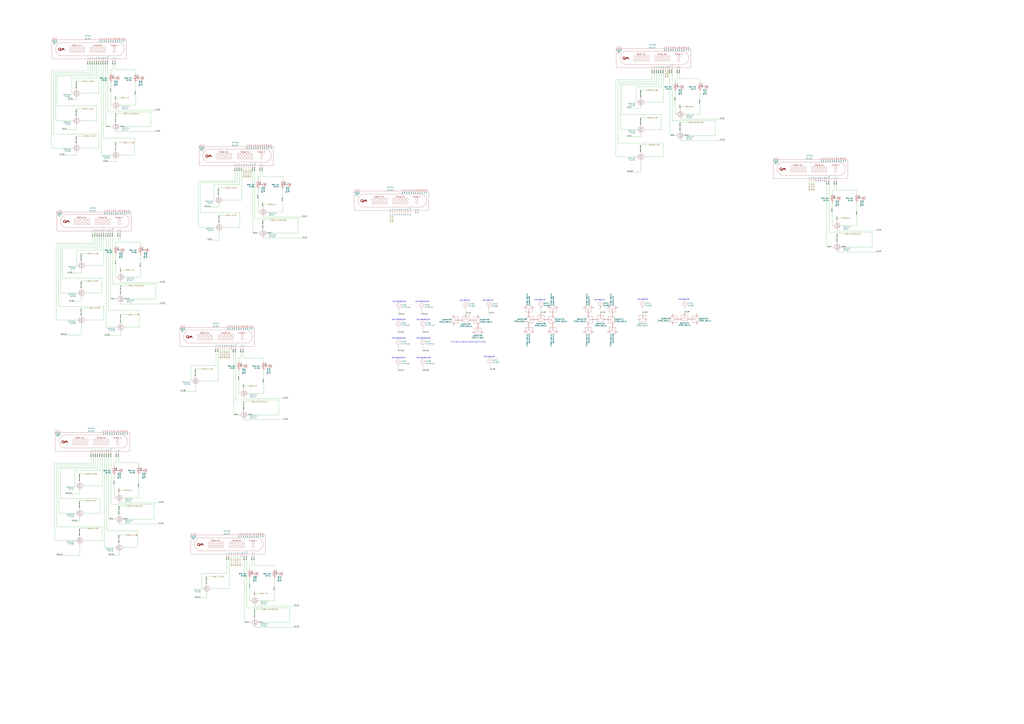
<source format=kicad_sch>
(kicad_sch (version 20230121) (generator eeschema)
  (paper "A0")
  (no_connect (at 949.96 210.185))
  (no_connect (at 947.42 210.185))
  (no_connect (at 458.47 249.555))
  (no_connect (at 957.58 210.185))
  (no_connect (at 955.04 210.185))
  (no_connect (at 471.17 249.555))
  (no_connect (at 482.6 247.015))
  (no_connect (at 476.25 249.555))
  (no_connect (at 485.14 247.015))
  (no_connect (at 281.305 646.43))
  (no_connect (at 463.55 249.555))
  (no_connect (at 952.5 210.185))
  (no_connect (at 468.63 249.555))
  (no_connect (at 473.71 249.555))
  (no_connect (at 466.09 249.555))
  (no_connect (at 268.605 405.13))
  (no_connect (at 461.01 249.555))
  (wire (pts (xy 72.39 323.088) (xy 72.39 288.29)))
  (wire (pts (xy 140.335 386.08) (xy 140.335 389.89)))
  (wire (pts (xy 331.47 214.503) (xy 330.835 214.503)))
  (wire (pts (xy 226.06 694.69) (xy 240.03 694.69)))
  (wire (pts (xy 972.185 271.653) (xy 981.075 271.653)))
  (wire (pts (xy 128.27 271.018) (xy 128.27 347.345)))
  (wire (pts (xy 830.58 140.335) (xy 780.415 140.335)))
  (wire (pts (xy 767.715 100.965) (xy 767.715 81.28)))
  (wire (pts (xy 541.02 358.775) (xy 541.02 364.49)))
  (wire (pts (xy 132.08 90.678) (xy 131.445 90.678)))
  (wire (pts (xy 134.62 128.27) (xy 186.055 128.27)))
  (wire (pts (xy 302.895 214.503) (xy 302.26 214.503)))
  (wire (pts (xy 70.358 340.36) (xy 88.9 340.36)))
  (wire (pts (xy 346.075 271.018) (xy 346.075 254)))
  (wire (pts (xy 100.33 308.483) (xy 120.65 308.483)))
  (wire (pts (xy 998.22 230.378) (xy 997.585 230.378)))
  (wire (pts (xy 568.96 424.22) (xy 568.96 429.895)))
  (wire (pts (xy 94.615 140.335) (xy 112.395 140.335)))
  (wire (pts (xy 98.425 564.515) (xy 118.745 564.515)))
  (wire (pts (xy 94.615 377.825) (xy 94.615 389.255)))
  (wire (pts (xy 92.71 601.98) (xy 92.71 605.79)))
  (wire (pts (xy 489.585 360.045) (xy 489.585 365.76)))
  (wire (pts (xy 180.975 347.345) (xy 180.975 330.073)))
  (wire (pts (xy 99.06 581.66) (xy 92.71 581.66)))
  (wire (pts (xy 102.235 70.993) (xy 102.235 82.423)))
  (wire (pts (xy 302.26 204.978) (xy 302.26 194.945)))
  (wire (pts (xy 789.94 151.765) (xy 789.94 142.24)))
  (wire (pts (xy 88.9 180.34) (xy 88.9 177.8)))
  (wire (pts (xy 727.71 158.75) (xy 744.22 158.75)))
  (wire (pts (xy 88.9 150.495) (xy 88.9 146.05)))
  (wire (pts (xy 92.71 581.66) (xy 92.71 590.042)))
  (wire (pts (xy 120.65 371.983) (xy 120.65 356.108)))
  (wire (pts (xy 157.48 95.758) (xy 157.48 122.428)))
  (wire (pts (xy 717.55 166.37) (xy 717.55 94.615)))
  (wire (pts (xy 68.453 596.265) (xy 68.453 542.544)))
  (wire (pts (xy 59.69 171.958) (xy 83.185 171.958)))
  (wire (pts (xy 462.28 381) (xy 462.28 386.715)))
  (wire (pts (xy 131.445 81.153) (xy 131.445 70.993)))
  (wire (pts (xy 156.21 160.528) (xy 120.015 160.528)))
  (wire (pts (xy 94.615 334.645) (xy 94.615 326.39)))
  (wire (pts (xy 290.83 194.945) (xy 290.83 197.485)))
  (wire (pts (xy 299.72 204.978) (xy 302.26 204.978)))
  (wire (pts (xy 180.975 330.073) (xy 130.81 330.073)))
  (wire (pts (xy 175.26 147.32) (xy 175.26 130.048)))
  (wire (pts (xy 490.855 402.61) (xy 490.855 408.305)))
  (wire (pts (xy 221.615 442.595) (xy 221.615 424.815)))
  (wire (pts (xy 88.9 308.483) (xy 88.9 290.703)))
  (wire (pts (xy 86.995 564.515) (xy 86.995 546.735)))
  (wire (pts (xy 995.045 220.853) (xy 995.045 225.298)))
  (wire (pts (xy 263.525 405.13) (xy 263.525 407.67)))
  (wire (pts (xy 134.62 380.238) (xy 123.19 380.238)))
  (wire (pts (xy 295.275 657.098) (xy 318.77 657.098)))
  (wire (pts (xy 323.85 481.965) (xy 323.85 464.82)))
  (wire (pts (xy 254 218.186) (xy 254 226.695)))
  (wire (pts (xy 146.05 380.238) (xy 161.925 380.238)))
  (wire (pts (xy 138.43 572.77) (xy 138.43 569.595)))
  (wire (pts (xy 293.37 666.623) (xy 292.735 666.623)))
  (wire (pts (xy 92.71 605.79) (xy 83.185 605.79)))
  (wire (pts (xy 138.43 569.595) (xy 144.145 569.595)))
  (wire (pts (xy 273.685 464.82) (xy 273.685 405.13)))
  (wire (pts (xy 260.35 264.16) (xy 278.257 264.16)))
  (wire (pts (xy 453.39 247.015) (xy 453.39 249.555)))
  (wire (pts (xy 230.378 210.439) (xy 273.05 210.439)))
  (wire (pts (xy 161.29 578.485) (xy 144.145 578.485)))
  (wire (pts (xy 83.185 108.458) (xy 83.185 90.678)))
  (wire (pts (xy 789.305 91.44) (xy 789.305 81.28)))
  (wire (pts (xy 972.185 256.54) (xy 972.185 253.238)))
  (wire (pts (xy 94.615 294.513) (xy 94.615 302.768)))
  (wire (pts (xy 770.255 182.245) (xy 770.255 166.37)))
  (wire (pts (xy 304.8 204.978) (xy 328.295 204.978)))
  (wire (pts (xy 113.665 527.05) (xy 113.665 544.322)))
  (wire (pts (xy 717.55 94.615) (xy 760.095 94.615)))
  (wire (pts (xy 966.47 225.298) (xy 966.47 220.853)))
  (wire (pts (xy 305.435 240.665) (xy 305.435 237.363)))
  (wire (pts (xy 305.435 276.86) (xy 356.87 276.86)))
  (wire (pts (xy 305.435 255.778) (xy 314.325 255.778)))
  (wire (pts (xy 939.8 210.185) (xy 939.8 212.725)))
  (wire (pts (xy 283.21 194.945) (xy 283.21 197.485)))
  (wire (pts (xy 128.905 122.428) (xy 128.905 95.758)))
  (wire (pts (xy 336.55 706.12) (xy 286.385 706.12)))
  (wire (pts (xy 285.75 194.945) (xy 285.75 197.485)))
  (wire (pts (xy 760.095 81.28) (xy 760.095 94.615)))
  (wire (pts (xy 283.21 476.25) (xy 283.21 466.598)))
  (wire (pts (xy 295.91 728.98) (xy 347.345 728.98)))
  (wire (pts (xy 104.775 70.993) (xy 104.775 84.328)))
  (wire (pts (xy 744.22 200.025) (xy 744.22 187.96)))
  (wire (pts (xy 70.358 340.36) (xy 70.358 286.512)))
  (wire (pts (xy 121.285 636.27) (xy 121.285 527.05)))
  (wire (pts (xy 92.71 622.3) (xy 92.71 614.045)))
  (wire (pts (xy 309.245 425.323) (xy 308.61 425.323)))
  (wire (pts (xy 88.9 134.62) (xy 88.9 126.365)))
  (wire (pts (xy 812.8 106.045) (xy 812.8 132.715)))
  (wire (pts (xy 107.95 271.018) (xy 107.95 282.448)))
  (wire (pts (xy 140.335 353.06) (xy 191.77 353.06)))
  (wire (pts (xy 65.405 371.983) (xy 88.9 371.983)))
  (wire (pts (xy 323.85 464.82) (xy 273.685 464.82)))
  (wire (pts (xy 787.4 100.965) (xy 786.765 100.965)))
  (wire (pts (xy 59.69 82.423) (xy 59.69 171.958)))
  (wire (pts (xy 144.145 603.25) (xy 179.07 603.25)))
  (wire (pts (xy 94.615 171.958) (xy 114.935 171.958)))
  (wire (pts (xy 140.335 328.295) (xy 191.77 328.295)))
  (wire (pts (xy 254.635 269.875) (xy 254.635 278.765)))
  (wire (pts (xy 283.21 462.915) (xy 334.645 462.915)))
  (wire (pts (xy 1012.825 269.875) (xy 962.66 269.875)))
  (wire (pts (xy 123.19 380.238) (xy 123.19 271.018)))
  (wire (pts (xy 305.435 252.095) (xy 356.87 252.095)))
  (wire (pts (xy 255.905 405.13) (xy 255.905 407.67)))
  (wire (pts (xy 301.625 723.265) (xy 336.55 723.265)))
  (wire (pts (xy 78.74 115.697) (xy 88.9 115.697)))
  (wire (pts (xy 88.9 290.703) (xy 118.11 290.703)))
  (wire (pts (xy 972.185 292.735) (xy 1023.62 292.735)))
  (wire (pts (xy 471.17 247.015) (xy 471.17 249.555)))
  (wire (pts (xy 67.945 284.353) (xy 110.49 284.353)))
  (wire (pts (xy 277.495 457.2) (xy 277.495 430.403)))
  (wire (pts (xy 490.855 425.49) (xy 490.855 431.165)))
  (wire (pts (xy 65.405 282.448) (xy 65.405 371.983)))
  (wire (pts (xy 784.225 157.48) (xy 777.875 157.48)))
  (wire (pts (xy 966.47 287.02) (xy 960.12 287.02)))
  (wire (pts (xy 306.07 415.798) (xy 306.07 420.243)))
  (wire (pts (xy 795.655 157.48) (xy 830.58 157.48)))
  (wire (pts (xy 88.9 166.243) (xy 88.9 157.988)))
  (wire (pts (xy 789.305 91.44) (xy 812.8 91.44)))
  (wire (pts (xy 744.22 125.73) (xy 744.22 124.46)))
  (wire (pts (xy 306.07 430.403) (xy 306.07 457.2)))
  (wire (pts (xy 139.7 281.178) (xy 139.7 271.018)))
  (wire (pts (xy 92.71 645.16) (xy 92.71 633.73)))
  (wire (pts (xy 278.13 214.63) (xy 278.13 194.945)))
  (wire (pts (xy 120.65 308.483) (xy 120.65 271.018)))
  (wire (pts (xy 125.73 645.16) (xy 138.43 645.16)))
  (wire (pts (xy 275.59 194.945) (xy 275.59 212.217)))
  (wire (pts (xy 137.795 537.21) (xy 137.795 527.05)))
  (wire (pts (xy 476.25 247.015) (xy 476.25 249.555)))
  (wire (pts (xy 88.9 115.697) (xy 88.9 114.173)))
  (wire (pts (xy 88.9 126.365) (xy 95.885 126.365)))
  (wire (pts (xy 789.94 163.195) (xy 841.375 163.195)))
  (wire (pts (xy 283.845 646.43) (xy 283.845 723.265)))
  (wire (pts (xy 969.645 230.378) (xy 969.01 230.378)))
  (wire (pts (xy 133.985 81.153) (xy 133.985 70.993)))
  (wire (pts (xy 770.255 118.745) (xy 770.255 81.28)))
  (wire (pts (xy 715.01 92.71) (xy 715.01 182.245)))
  (wire (pts (xy 280.67 232.41) (xy 280.67 194.945)))
  (wire (pts (xy 461.01 247.015) (xy 461.01 249.555)))
  (wire (pts (xy 122.555 70.993) (xy 122.555 147.32)))
  (wire (pts (xy 977.9 287.02) (xy 1012.825 287.02)))
  (wire (pts (xy 163.195 295.783) (xy 163.195 321.945)))
  (wire (pts (xy 283.21 448.183) (xy 288.925 448.183)))
  (wire (pts (xy 80.01 350.52) (xy 94.615 350.52)))
  (wire (pts (xy 175.26 130.048) (xy 125.095 130.048)))
  (wire (pts (xy 305.435 237.363) (xy 311.15 237.363)))
  (wire (pts (xy 455.93 247.015) (xy 455.93 249.555)))
  (wire (pts (xy 66.04 612.14) (xy 66.04 540.385)))
  (wire (pts (xy 715.01 182.245) (xy 738.505 182.245)))
  (wire (pts (xy 288.925 481.965) (xy 323.85 481.965)))
  (wire (pts (xy 299.72 271.018) (xy 293.37 271.018)))
  (wire (pts (xy 115.57 271.018) (xy 115.57 288.29)))
  (wire (pts (xy 134.62 281.178) (xy 137.16 281.178)))
  (wire (pts (xy 311.15 271.018) (xy 346.075 271.018)))
  (wire (pts (xy 295.91 704.215) (xy 295.91 703.58)))
  (wire (pts (xy 770.255 166.37) (xy 717.55 166.37)))
  (wire (pts (xy 468.63 247.015) (xy 468.63 249.555)))
  (wire (pts (xy 336.55 723.265) (xy 336.55 706.12)))
  (wire (pts (xy 71.755 150.495) (xy 88.9 150.495)))
  (wire (pts (xy 749.935 150.495) (xy 767.715 150.495)))
  (wire (pts (xy 88.9 94.488) (xy 88.9 102.743)))
  (wire (pts (xy 466.09 247.015) (xy 466.09 249.555)))
  (wire (pts (xy 140.335 365.633) (xy 148.59 365.633)))
  (wire (pts (xy 721.995 98.552) (xy 765.175 98.552)))
  (wire (pts (xy 138.43 630.555) (xy 138.43 621.665)))
  (wire (pts (xy 277.495 415.798) (xy 280.035 415.798)))
  (wire (pts (xy 160.02 616.585) (xy 123.825 616.585)))
  (wire (pts (xy 126.365 527.05) (xy 126.365 603.25)))
  (wire (pts (xy 290.195 661.543) (xy 290.195 657.098)))
  (wire (pts (xy 305.435 265.303) (xy 305.435 255.778)))
  (wire (pts (xy 567.69 358.775) (xy 567.69 364.49)))
  (wire (pts (xy 94.615 317.5) (xy 94.615 314.198)))
  (wire (pts (xy 116.205 546.735) (xy 116.205 527.05)))
  (wire (pts (xy 972.185 267.97) (xy 1023.62 267.97)))
  (wire (pts (xy 972.185 253.238) (xy 977.9 253.238)))
  (wire (pts (xy 815.975 100.965) (xy 815.34 100.965)))
  (wire (pts (xy 107.315 70.993) (xy 107.315 86.487)))
  (wire (pts (xy 138.43 584.2) (xy 189.865 584.2)))
  (wire (pts (xy 140.335 331.978) (xy 149.225 331.978)))
  (wire (pts (xy 92.71 550.545) (xy 99.695 550.545)))
  (wire (pts (xy 290.195 723.265) (xy 283.845 723.265)))
  (wire (pts (xy 86.995 546.735) (xy 116.205 546.735)))
  (wire (pts (xy 137.16 281.178) (xy 137.16 271.018)))
  (wire (pts (xy 134.62 131.953) (xy 143.51 131.953)))
  (wire (pts (xy 62.23 156.083) (xy 62.23 84.328)))
  (wire (pts (xy 767.715 133.35) (xy 721.995 133.35)))
  (wire (pts (xy 65.405 645.16) (xy 92.71 645.16)))
  (wire (pts (xy 232.41 246.761) (xy 232.41 212.217)))
  (wire (pts (xy 118.11 290.703) (xy 118.11 271.018)))
  (wire (pts (xy 138.43 645.16) (xy 138.43 641.985)))
  (wire (pts (xy 462.915 360.045) (xy 462.915 365.76)))
  (wire (pts (xy 125.095 130.048) (xy 125.095 70.993)))
  (wire (pts (xy 295.91 707.898) (xy 304.8 707.898)))
  (wire (pts (xy 962.66 269.875) (xy 962.66 210.185)))
  (wire (pts (xy 164.465 546.735) (xy 163.83 546.735)))
  (wire (pts (xy 295.91 692.15) (xy 295.91 689.483)))
  (wire (pts (xy 134.62 285.623) (xy 134.62 281.178)))
  (wire (pts (xy 140.335 180.213) (xy 156.21 180.213)))
  (wire (pts (xy 135.255 537.21) (xy 135.255 527.05)))
  (wire (pts (xy 118.745 628.015) (xy 118.745 612.14)))
  (wire (pts (xy 78.74 115.57) (xy 78.74 115.697)))
  (wire (pts (xy 116.205 596.265) (xy 116.205 579.12)))
  (wire (pts (xy 266.065 683.895) (xy 266.065 646.43)))
  (wire (pts (xy 62.23 84.328) (xy 104.775 84.328)))
  (wire (pts (xy 318.77 697.865) (xy 301.625 697.865)))
  (wire (pts (xy 134.62 185.928) (xy 134.62 187.96)))
  (wire (pts (xy 138.43 621.665) (xy 146.685 621.665)))
  (wire (pts (xy 749.935 182.245) (xy 770.255 182.245)))
  (wire (pts (xy 76.2 574.04) (xy 92.71 574.04)))
  (wire (pts (xy 744.22 104.775) (xy 751.205 104.775)))
  (wire (pts (xy 254.635 258.445) (xy 254.635 250.063)))
  (wire (pts (xy 110.49 271.018) (xy 110.49 284.353)))
  (wire (pts (xy 128.905 586.105) (xy 128.905 527.05)))
  (wire (pts (xy 757.555 81.28) (xy 757.555 92.71)))
  (wire (pts (xy 248.285 215.011) (xy 248.92 215.011)))
  (wire (pts (xy 230.378 264.16) (xy 230.378 210.439)))
  (wire (pts (xy 304.8 204.978) (xy 304.8 194.945)))
  (wire (pts (xy 1012.825 287.02) (xy 1012.825 269.875)))
  (wire (pts (xy 812.8 91.44) (xy 812.8 95.885)))
  (wire (pts (xy 290.195 657.098) (xy 292.735 657.098)))
  (wire (pts (xy 63.5 538.48) (xy 63.5 628.015)))
  (wire (pts (xy 140.335 313.563) (xy 146.05 313.563)))
  (wire (pts (xy 68.453 596.265) (xy 86.995 596.265)))
  (wire (pts (xy 92.71 550.545) (xy 92.71 558.8)))
  (wire (pts (xy 140.335 147.32) (xy 175.26 147.32)))
  (wire (pts (xy 78.105 317.5) (xy 94.615 317.5)))
  (wire (pts (xy 744.22 176.53) (xy 744.22 168.275)))
  (wire (pts (xy 278.257 264.16) (xy 278.257 246.761)))
  (wire (pts (xy 259.715 232.41) (xy 280.67 232.41)))
  (wire (pts (xy 68.453 542.544) (xy 111.125 542.544)))
  (wire (pts (xy 160.02 636.27) (xy 160.02 616.585)))
  (wire (pts (xy 944.88 210.185) (xy 944.88 212.725)))
  (wire (pts (xy 245.745 683.895) (xy 266.065 683.895)))
  (wire (pts (xy 94.615 294.513) (xy 101.6 294.513)))
  (wire (pts (xy 128.905 180.213) (xy 117.475 180.213)))
  (wire (pts (xy 254 240.665) (xy 254 238.125)))
  (wire (pts (xy 163.195 321.945) (xy 146.05 321.945)))
  (wire (pts (xy 295.275 657.098) (xy 295.275 646.43)))
  (wire (pts (xy 727.71 125.73) (xy 744.22 125.73)))
  (wire (pts (xy 719.963 150.495) (xy 738.505 150.495)))
  (wire (pts (xy 163.195 281.178) (xy 163.195 285.623)))
  (wire (pts (xy 116.205 579.12) (xy 70.485 579.12)))
  (wire (pts (xy 830.58 157.48) (xy 830.58 140.335)))
  (wire (pts (xy 132.715 541.655) (xy 132.715 537.21)))
  (wire (pts (xy 248.285 215.011) (xy 248.285 232.41)))
  (wire (pts (xy 70.485 544.322) (xy 113.665 544.322)))
  (wire (pts (xy 283.21 466.598) (xy 292.1 466.598)))
  (wire (pts (xy 70.485 389.255) (xy 94.615 389.255)))
  (wire (pts (xy 995.045 262.255) (xy 977.9 262.255)))
  (wire (pts (xy 161.29 551.815) (xy 161.29 578.485)))
  (wire (pts (xy 72.39 288.29) (xy 115.57 288.29)))
  (wire (pts (xy 757.555 92.71) (xy 715.01 92.71)))
  (wire (pts (xy 969.01 220.853) (xy 969.01 210.185)))
  (wire (pts (xy 277.495 481.965) (xy 271.145 481.965)))
  (wire (pts (xy 784.225 91.44) (xy 786.765 91.44)))
  (wire (pts (xy 161.925 360.553) (xy 125.73 360.553)))
  (wire (pts (xy 138.43 608.965) (xy 189.865 608.965)))
  (wire (pts (xy 114.935 108.458) (xy 114.935 70.993)))
  (wire (pts (xy 263.525 666.115) (xy 263.525 646.43)))
  (wire (pts (xy 134.62 128.27) (xy 134.62 128.143)))
  (wire (pts (xy 240.665 278.765) (xy 254.635 278.765)))
  (wire (pts (xy 995.045 235.458) (xy 995.045 262.255)))
  (wire (pts (xy 69.215 180.34) (xy 88.9 180.34)))
  (wire (pts (xy 111.125 527.05) (xy 111.125 542.544)))
  (wire (pts (xy 765.175 81.28) (xy 765.175 98.552)))
  (wire (pts (xy 971.55 220.853) (xy 995.045 220.853)))
  (wire (pts (xy 144.145 636.27) (xy 160.02 636.27)))
  (wire (pts (xy 94.615 108.458) (xy 114.935 108.458)))
  (wire (pts (xy 139.7 281.178) (xy 163.195 281.178)))
  (wire (pts (xy 762.635 81.28) (xy 762.635 96.774)))
  (wire (pts (xy 744.22 158.75) (xy 744.22 156.21)))
  (wire (pts (xy 94.615 358.013) (xy 103.505 358.013)))
  (wire (pts (xy 140.335 327.66) (xy 140.335 328.295)))
  (wire (pts (xy 118.745 564.515) (xy 118.745 527.05)))
  (wire (pts (xy 70.485 579.12) (xy 70.485 544.322)))
  (wire (pts (xy 777.875 81.28) (xy 777.875 157.48)))
  (wire (pts (xy 227.33 428.625) (xy 234.315 428.625)))
  (wire (pts (xy 64.643 140.335) (xy 83.185 140.335)))
  (wire (pts (xy 132.715 578.485) (xy 132.715 551.815)))
  (wire (pts (xy 179.07 586.105) (xy 128.905 586.105)))
  (wire (pts (xy 94.615 326.39) (xy 101.6 326.39)))
  (wire (pts (xy 250.825 424.815) (xy 250.825 405.13)))
  (wire (pts (xy 83.185 90.678) (xy 112.395 90.678)))
  (wire (pts (xy 268.605 646.43) (xy 268.605 648.97)))
  (wire (pts (xy 789.94 123.825) (xy 795.655 123.825)))
  (wire (pts (xy 744.22 104.775) (xy 744.22 113.03)))
  (wire (pts (xy 248.92 215.011) (xy 248.92 214.63)))
  (wire (pts (xy 240.03 669.925) (xy 240.03 678.18)))
  (wire (pts (xy 113.03 271.018) (xy 113.03 286.512)))
  (wire (pts (xy 140.335 316.23) (xy 140.335 313.563)))
  (wire (pts (xy 306.07 457.2) (xy 288.925 457.2)))
  (wire (pts (xy 140.335 341.63) (xy 140.335 331.978)))
  (wire (pts (xy 328.295 204.978) (xy 328.295 209.423)))
  (wire (pts (xy 321.945 666.623) (xy 321.31 666.623)))
  (wire (pts (xy 295.91 717.55) (xy 295.91 707.898)))
  (wire (pts (xy 88.9 94.488) (xy 95.885 94.488)))
  (wire (pts (xy 134.62 116.713) (xy 134.62 113.538)))
  (wire (pts (xy 230.378 264.16) (xy 248.92 264.16)))
  (wire (pts (xy 118.11 340.36) (xy 118.11 323.088)))
  (wire (pts (xy 749.935 118.745) (xy 770.255 118.745)))
  (wire (pts (xy 767.715 150.495) (xy 767.715 133.35)))
  (wire (pts (xy 280.035 415.798) (xy 280.035 405.13)))
  (wire (pts (xy 161.29 537.21) (xy 161.29 541.655)))
  (wire (pts (xy 462.28 425.48) (xy 462.28 431.165)))
  (wire (pts (xy 254 218.186) (xy 261.747 218.186)))
  (wire (pts (xy 280.67 425.323) (xy 280.035 425.323)))
  (wire (pts (xy 942.34 210.185) (xy 942.34 212.725)))
  (wire (pts (xy 283.21 451.485) (xy 283.21 448.183)))
  (wire (pts (xy 278.257 246.761) (xy 232.41 246.761)))
  (wire (pts (xy 221.615 424.815) (xy 250.825 424.815)))
  (wire (pts (xy 138.43 597.535) (xy 138.43 588.01)))
  (wire (pts (xy 118.745 612.14) (xy 66.04 612.14)))
  (wire (pts (xy 283.21 487.68) (xy 334.645 487.68)))
  (wire (pts (xy 789.94 127) (xy 789.94 123.825)))
  (wire (pts (xy 282.575 415.798) (xy 306.07 415.798)))
  (wire (pts (xy 789.94 142.24) (xy 798.83 142.24)))
  (wire (pts (xy 118.11 323.088) (xy 72.39 323.088)))
  (wire (pts (xy 744.22 136.652) (xy 751.205 136.652)))
  (wire (pts (xy 795.02 358.14) (xy 795.02 363.22)))
  (wire (pts (xy 697.23 358.14) (xy 697.23 363.855)))
  (wire (pts (xy 137.795 290.703) (xy 137.16 290.703)))
  (wire (pts (xy 746.125 358.14) (xy 746.125 363.845)))
  (wire (pts (xy 295.91 704.215) (xy 347.345 704.215)))
  (wire (pts (xy 179.07 603.25) (xy 179.07 586.105)))
  (wire (pts (xy 784.225 95.885) (xy 784.225 91.44)))
  (wire (pts (xy 744.22 144.78) (xy 744.22 136.652)))
  (wire (pts (xy 130.81 330.073) (xy 130.81 271.018)))
  (wire (pts (xy 966.47 220.853) (xy 969.01 220.853)))
  (wire (pts (xy 628.015 358.14) (xy 628.015 363.855)))
  (wire (pts (xy 318.77 671.703) (xy 318.77 697.865)))
  (wire (pts (xy 121.285 389.89) (xy 140.335 389.89)))
  (wire (pts (xy 138.43 588.01) (xy 147.32 588.01)))
  (wire (pts (xy 266.065 405.13) (xy 266.065 407.67)))
  (wire (pts (xy 114.935 156.083) (xy 62.23 156.083)))
  (wire (pts (xy 786.765 91.44) (xy 786.765 81.28)))
  (wire (pts (xy 234.315 666.115) (xy 263.525 666.115)))
  (wire (pts (xy 960.12 210.185) (xy 960.12 287.02)))
  (wire (pts (xy 66.675 123.063) (xy 66.675 88.265)))
  (wire (pts (xy 117.475 180.213) (xy 117.475 70.993)))
  (wire (pts (xy 134.62 321.945) (xy 134.62 295.783)))
  (wire (pts (xy 232.41 212.217) (xy 275.59 212.217)))
  (wire (pts (xy 134.62 113.538) (xy 140.335 113.538)))
  (wire (pts (xy 271.145 405.13) (xy 271.145 481.965)))
  (wire (pts (xy 100.33 371.983) (xy 120.65 371.983)))
  (wire (pts (xy 119.38 187.96) (xy 134.62 187.96)))
  (wire (pts (xy 106.045 527.05) (xy 106.045 538.48)))
  (wire (pts (xy 295.91 254) (xy 295.91 194.945)))
  (wire (pts (xy 88.9 157.988) (xy 97.79 157.988)))
  (wire (pts (xy 132.715 636.27) (xy 121.285 636.27)))
  (wire (pts (xy 132.715 537.21) (xy 135.255 537.21)))
  (wire (pts (xy 102.235 82.423) (xy 59.69 82.423)))
  (wire (pts (xy 134.62 174.498) (xy 134.62 165.608)))
  (wire (pts (xy 780.415 140.335) (xy 780.415 81.28)))
  (wire (pts (xy 132.715 603.25) (xy 126.365 603.25)))
  (wire (pts (xy 271.145 646.43) (xy 271.145 648.97)))
  (wire (pts (xy 719.963 150.495) (xy 719.963 96.774)))
  (wire (pts (xy 789.94 138.43) (xy 841.375 138.43)))
  (wire (pts (xy 248.92 214.63) (xy 278.13 214.63)))
  (wire (pts (xy 253.365 442.595) (xy 253.365 405.13)))
  (wire (pts (xy 295.91 689.483) (xy 301.625 689.483)))
  (wire (pts (xy 146.05 347.345) (xy 180.975 347.345)))
  (wire (pts (xy 490.855 381) (xy 490.855 386.715)))
  (wire (pts (xy 134.62 347.345) (xy 128.27 347.345)))
  (wire (pts (xy 92.71 614.045) (xy 101.6 614.045)))
  (wire (pts (xy 286.385 706.12) (xy 286.385 646.43)))
  (wire (pts (xy 318.77 657.098) (xy 318.77 661.543)))
  (wire (pts (xy 282.575 415.798) (xy 282.575 405.13)))
  (wire (pts (xy 234.315 683.895) (xy 234.315 666.115)))
  (wire (pts (xy 157.48 81.153) (xy 157.48 85.598)))
  (wire (pts (xy 458.47 247.015) (xy 458.47 249.555)))
  (wire (pts (xy 134.62 153.035) (xy 186.055 153.035)))
  (wire (pts (xy 128.905 147.32) (xy 122.555 147.32)))
  (wire (pts (xy 92.71 574.04) (xy 92.71 570.23)))
  (wire (pts (xy 134.62 165.608) (xy 142.875 165.608)))
  (wire (pts (xy 299.72 246.38) (xy 299.72 219.583)))
  (wire (pts (xy 277.495 420.243) (xy 277.495 415.798)))
  (wire (pts (xy 292.735 657.098) (xy 292.735 646.43)))
  (wire (pts (xy 64.643 86.487) (xy 107.315 86.487)))
  (wire (pts (xy 328.295 246.38) (xy 311.15 246.38)))
  (wire (pts (xy 106.045 538.48) (xy 63.5 538.48)))
  (wire (pts (xy 784.225 132.715) (xy 784.225 106.045)))
  (wire (pts (xy 109.855 70.993) (xy 109.855 88.265)))
  (wire (pts (xy 462.28 402.6) (xy 462.28 408.305)))
  (wire (pts (xy 276.225 646.43) (xy 276.225 648.97)))
  (wire (pts (xy 112.395 123.063) (xy 66.675 123.063)))
  (wire (pts (xy 971.55 220.853) (xy 971.55 210.185)))
  (wire (pts (xy 123.825 616.585) (xy 123.825 527.05)))
  (wire (pts (xy 137.795 537.21) (xy 161.29 537.21)))
  (wire (pts (xy 293.37 194.945) (xy 293.37 271.018)))
  (wire (pts (xy 273.685 646.43) (xy 273.685 648.97)))
  (wire (pts (xy 473.71 247.015) (xy 473.71 249.555)))
  (wire (pts (xy 812.8 132.715) (xy 795.655 132.715)))
  (wire (pts (xy 233.045 442.595) (xy 253.365 442.595)))
  (wire (pts (xy 227.33 428.625) (xy 227.33 436.88)))
  (wire (pts (xy 140.335 374.523) (xy 140.335 365.633)))
  (wire (pts (xy 721.995 133.35) (xy 721.995 98.552)))
  (wire (pts (xy 209.55 454.66) (xy 227.33 454.66)))
  (wire (pts (xy 157.48 122.428) (xy 140.335 122.428)))
  (wire (pts (xy 64.643 140.335) (xy 64.643 86.487)))
  (wire (pts (xy 114.935 171.958) (xy 114.935 156.083)))
  (wire (pts (xy 288.29 194.945) (xy 288.29 197.485)))
  (wire (pts (xy 112.395 140.335) (xy 112.395 123.063)))
  (wire (pts (xy 328.295 219.583) (xy 328.295 246.38)))
  (wire (pts (xy 237.49 240.665) (xy 254 240.665)))
  (wire (pts (xy 134.62 141.605) (xy 134.62 131.953)))
  (wire (pts (xy 719.963 96.774) (xy 762.635 96.774)))
  (wire (pts (xy 305.435 276.86) (xy 305.435 276.733)))
  (wire (pts (xy 346.075 254) (xy 295.91 254)))
  (wire (pts (xy 254.635 250.063) (xy 261.747 250.063)))
  (wire (pts (xy 227.33 454.66) (xy 227.33 448.31)))
  (wire (pts (xy 135.89 546.735) (xy 135.255 546.735)))
  (wire (pts (xy 94.615 366.268) (xy 94.615 358.013)))
  (wire (pts (xy 112.395 90.678) (xy 112.395 70.993)))
  (wire (pts (xy 278.765 646.43) (xy 278.765 648.97)))
  (wire (pts (xy 273.05 194.945) (xy 273.05 210.439)))
  (wire (pts (xy 120.65 356.108) (xy 67.945 356.108)))
  (wire (pts (xy 128.905 81.153) (xy 131.445 81.153)))
  (wire (pts (xy 67.945 356.108) (xy 67.945 284.353)))
  (wire (pts (xy 463.55 247.015) (xy 463.55 249.555)))
  (wire (pts (xy 66.675 88.265) (xy 109.855 88.265)))
  (wire (pts (xy 66.04 540.385) (xy 108.585 540.385)))
  (wire (pts (xy 94.615 350.52) (xy 94.615 346.075)))
  (wire (pts (xy 120.015 160.528) (xy 120.015 70.993)))
  (wire (pts (xy 160.655 90.678) (xy 160.02 90.678)))
  (wire (pts (xy 966.47 262.255) (xy 966.47 235.458)))
  (wire (pts (xy 108.585 527.05) (xy 108.585 540.385)))
  (wire (pts (xy 240.03 669.925) (xy 247.015 669.925)))
  (wire (pts (xy 727.71 200.025) (xy 744.22 200.025)))
  (wire (pts (xy 161.925 380.238) (xy 161.925 360.553)))
  (wire (pts (xy 166.37 290.703) (xy 165.735 290.703)))
  (wire (pts (xy 98.425 596.265) (xy 116.205 596.265)))
  (wire (pts (xy 63.5 628.015) (xy 86.995 628.015)))
  (wire (pts (xy 290.195 697.865) (xy 290.195 671.703)))
  (wire (pts (xy 98.425 628.015) (xy 118.745 628.015)))
  (wire (pts (xy 738.505 118.745) (xy 738.505 100.965)))
  (wire (pts (xy 100.33 340.36) (xy 118.11 340.36)))
  (wire (pts (xy 240.03 694.69) (xy 240.03 689.61)))
  (wire (pts (xy 299.72 209.423) (xy 299.72 204.978)))
  (wire (pts (xy 125.73 360.553) (xy 125.73 271.018)))
  (wire (pts (xy 738.505 100.965) (xy 767.715 100.965)))
  (wire (pts (xy 70.358 286.512) (xy 113.03 286.512)))
  (wire (pts (xy 972.185 281.305) (xy 972.185 271.653)))
  (wire (pts (xy 156.21 180.213) (xy 156.21 160.528)))
  (wire (pts (xy 133.985 81.153) (xy 157.48 81.153)))
  (wire (pts (xy 260.985 405.13) (xy 260.985 407.67)))
  (wire (pts (xy 128.905 85.598) (xy 128.905 81.153)))
  (wire (pts (xy 107.95 282.448) (xy 65.405 282.448)))
  (wire (pts (xy 258.445 405.13) (xy 258.445 407.67)))
  (wire (pts (xy 744.22 168.275) (xy 753.11 168.275)))
  (text "192.168.000.208" (at 483.235 416.56 0) (effects (font (size 1.27 1.27)) (justify left bottom)))
  (text "192.168.0.39" (at 561.34 415.29 0) (effects (font (size 1.27 1.27)) (justify left bottom)))
  (text "192.168.0.34" (at 689.61 349.25 0) (effects (font (size 1.27 1.27)) (justify left bottom)))
  (text "192.168.000.203" (at 454.66 372.11 0) (effects (font (size 1.27 1.27)) (justify left bottom)))
  (text "192.168.000.201" (at 455.295 351.155 0) (effects (font (size 1.27 1.27)) (justify left bottom)))
  (text "192.168.0.35" (at 739.775 348.615 0) (effects (font (size 1.27 1.27)) (justify left bottom)))
  (text "192.168.000.206" (at 483.235 393.7 0) (effects (font (size 1.27 1.27)) (justify left bottom)))
  (text "192.168.0.33" (at 620.395 349.25 0) (effects (font (size 1.27 1.27)) (justify left bottom)))
  (text "192.168.0.32" (at 560.07 349.885 0) (effects (font (size 1.27 1.27)) (justify left bottom)))
  (text "192.168.000.202" (at 481.965 351.155 0) (effects (font (size 1.27 1.27)) (justify left bottom)))
  (text "192.168.000.207" (at 454.66 416.56 0) (effects (font (size 1.27 1.27)) (justify left bottom)))
  (text "192.168.0.36" (at 787.4 348.615 0) (effects (font (size 1.27 1.27)) (justify left bottom)))
  (text "Frist split to SpinQ, second split to Marki\n" (at 523.24 398.145 0) (effects (font (size 1.27 1.27)) (justify left bottom)))
  (text "192.168.000.204" (at 483.235 372.11 0) (effects (font (size 1.27 1.27)) (justify left bottom)))
  (text "192.168.000.205" (at 454.66 393.7 0) (effects (font (size 1.27 1.27)) (justify left bottom)))
  (text "192.168.0.31" (at 533.4 349.885 0) (effects (font (size 1.27 1.27)) (justify left bottom)))
  (label "QM_6_10" (at 138.557 588.01 270) (effects (font (size 0.64 0.64))))
  (label "QM_2_IN" (at 299.72 230.378 90) (effects (font (size 0.64 0.64))))
  (label "QM_1_IN" (at 128.905 106.553 90) (effects (font (size 0.64 0.64))))
  (label "QM_5_IN" (at 280.67 425.323 90) (effects (font (size 0.64 0.64))))
  (label "QM_9_IN" (at 966.47 246.253 90) (effects (font (size 0.64 0.64))))
  (label "QM_4_IN" (at 163.195 309.753 90) (effects (font (size 0.64 0.64))))
  (label "LO_03" (at 186.055 128.27 180))
  (label "QM_8_IN" (at 812.8 120.015 90) (effects (font (size 0.64 0.64))))
  (label "LO_01" (at 78.74 115.57 0))
  (label "QM_4_10" (at 140.462 331.978 270) (effects (font (size 0.64 0.64))))
  (label "QM_4_7" (at 123.19 274.828 90) (effects (font (size 0.64 0.64))))
  (label "QM_8_9" (at 789.94 147.955 270) (effects (font (size 0.64 0.64))))
  (label "QM_4_IN" (at 139.7 274.828 90) (effects (font (size 0.64 0.64))))
  (label "QM_2_IN" (at 331.47 214.503 90) (effects (font (size 0.64 0.64))))
  (label "QM_6_8" (at 123.825 530.86 90) (effects (font (size 0.64 0.64))))
  (label "QM_5_9" (at 283.21 472.313 270) (effects (font (size 0.64 0.64))))
  (label "QM_7_9" (at 295.91 713.613 270) (effects (font (size 0.64 0.64))))
  (label "LO_03" (at 841.375 138.43 180))
  (label "QM_7_10" (at 286.385 650.748 90) (effects (font (size 0.64 0.64))))
  (label "QM_4_IN" (at 166.37 290.703 90) (effects (font (size 0.64 0.64))))
  (label "QM_7_IN" (at 321.945 666.623 90) (effects (font (size 0.64 0.64))))
  (label "QM_1_10" (at 144.145 147.32 180) (effects (font (size 0.64 0.64))))
  (label "QM_9_10" (at 981.71 287.02 180) (effects (font (size 0.64 0.64))))
  (label "QM_4_IN" (at 140.335 315.468 90) (effects (font (size 0.64 0.64))))
  (label "QM_6_8" (at 138.43 625.475 90) (effects (font (size 0.64 0.64))))
  (label "QM_7_2" (at 240.03 673.735 90) (effects (font (size 0.64 0.64))))
  (label "QM_5_IN" (at 309.245 425.323 90) (effects (font (size 0.64 0.64))))
  (label "ERA_02" (at 70.485 389.255 0))
  (label "QM_5_9" (at 271.145 409.448 90) (effects (font (size 0.64 0.64))))
  (label "QM_8_6" (at 744.22 108.585 90) (effects (font (size 0.64 0.64))))
  (label "QM_8_10" (at 780.415 85.09 90) (effects (font (size 0.64 0.64))))
  (label "ERA_03" (at 65.405 645.16 0))
  (label "QM_7_IN" (at 318.77 685.673 90) (effects (font (size 0.64 0.64))))
  (label "LO_04" (at 347.345 704.215 180))
  (label "QM_4_IN" (at 137.795 290.703 90) (effects (font (size 0.64 0.64))))
  (label "QM_4_8" (at 125.73 274.828 90) (effects (font (size 0.64 0.64))))
  (label "ERA_02" (at 489.585 365.76 0))
  (label "QM_7_IN" (at 292.735 650.748 90) (effects (font (size 0.64 0.64))))
  (label "LO_04" (at 334.645 462.915 180))
  (label "QM_8_9" (at 782.701 157.48 180) (effects (font (size 0.64 0.64))))
  (label "LO_03" (at 841.375 163.195 180))
  (label "QM_5_1" (at 227.33 436.88 90) (effects (font (size 0.64 0.64))))
  (label "LO_01" (at 727.71 125.73 0))
  (label "QM_6_IN" (at 161.29 565.785 90) (effects (font (size 0.64 0.64))))
  (label "ERA_06" (at 125.73 645.16 0))
  (label "QM_1_1" (at 102.235 74.803 90) (effects (font (size 0.64 0.64))))
  (label "QM_4_2" (at 94.615 361.823 90) (effects (font (size 0.64 0.64))))
  (label "QM_4_5" (at 94.615 302.768 90) (effects (font (size 0.64 0.64))))
  (label "QM_1_1" (at 88.9 166.243 90) (effects (font (size 0.64 0.64))))
  (label "QM_5_10" (at 292.735 481.965 180) (effects (font (size 0.64 0.64))))
  (label "QM_4_9" (at 133.096 347.345 180) (effects (font (size 0.64 0.64))))
  (label "QM_8_5" (at 744.22 113.03 90) (effects (font (size 0.64 0.64))))
  (label "LO_06" (at 78.105 317.5 0))
  (label "QM_1_9" (at 134.62 137.668 270) (effects (font (size 0.64 0.64))))
  (label "QM_7_IN" (at 290.195 682.498 90) (effects (font (size 0.64 0.64))))
  (label "QM_4_IN" (at 137.16 274.828 90) (effects (font (size 0.64 0.64))))
  (label "QM_2_10" (at 295.91 198.628 90) (effects (font (size 0.64 0.64))))
  (label "QM_4_6" (at 94.615 298.323 90) (effects (font (size 0.64 0.64))))
  (label "QM_7_IN" (at 295.91 691.388 90) (effects (font (size 0.64 0.64))))
  (label "LO_01" (at 71.755 150.495 0))
  (label "QM_7_IN" (at 293.37 666.623 90) (effects (font (size 0.64 0.64))))
  (label "QM_6_9" (at 131.191 603.25 180) (effects (font (size 0.64 0.64))))
  (label "LO_05" (at 119.38 187.96 0))
  (label "ERA_08" (at 490.855 431.165 0))
  (label "QM_5_2" (at 253.365 408.94 90) (effects (font (size 0.64 0.64))))
  (label "ERA_07" (at 462.28 431.165 0))
  (label "QM_4_10" (at 130.81 274.828 90) (effects (font (size 0.64 0.64))))
  (label "QM_4_3" (at 94.615 334.645 90) (effects (font (size 0.64 0.64))))
  (label "QM_5_IN" (at 306.07 444.373 90) (effects (font (size 0.64 0.64))))
  (label "LO_01" (at 727.71 158.75 0))
  (label "QM_8_6" (at 770.255 85.09 90) (effects (font (size 0.64 0.64))))
  (label "QM_1_4" (at 109.855 74.803 90) (effects (font (size 0.64 0.64))))
  (label "QM_6_3" (at 111.125 530.86 90) (effects (font (size 0.64 0.64))))
  (label "LO_01" (at 240.665 278.765 0))
  (label "QM_1_IN" (at 131.445 74.803 90) (effects (font (size 0.64 0.64))))
  (label "QM_8_9" (at 777.875 85.09 90) (effects (font (size 0.64 0.64))))
  (label "LO_03" (at 628.015 363.855 0))
  (label "QM_6_9" (at 138.43 593.725 270) (effects (font (size 0.64 0.64))))
  (label "QM_4_9" (at 128.27 274.828 90) (effects (font (size 0.64 0.64))))
  (label "ERA_04" (at 83.185 605.79 0))
  (label "QM_8_1" (at 757.555 85.09 90) (effects (font (size 0.64 0.64))))
  (label "QM_2_10" (at 305.562 255.778 270) (effects (font (size 0.64 0.64))))
  (label "QM_4_1" (at 94.615 366.268 90) (effects (font (size 0.64 0.64))))
  (label "LO_03" (at 191.77 353.06 180))
  (label "QM_9_IN" (at 969.01 214.503 90) (effects (font (size 0.64 0.64))))
  (label "QM_6_10" (at 147.955 603.25 180) (effects (font (size 0.64 0.64))))
  (label "QM_7_1" (at 263.525 650.24 90) (effects (font (size 0.64 0.64))))
  (label "QM_4_10" (at 149.86 347.345 180) (effects (font (size 0.64 0.64))))
  (label "QM_1_IN" (at 160.655 90.678 90) (effects (font (size 0.64 0.64))))
  (label "QM_7_2" (at 266.065 650.24 90) (effects (font (size 0.64 0.64))))
  (label "QM_6_IN" (at 135.255 530.86 90) (effects (font (size 0.64 0.64))))
  (label "QM_6_1" (at 92.71 622.3 90) (effects (font (size 0.64 0.64))))
  (label "LO_04" (at 356.87 276.86 180))
  (label "QM_4_IN" (at 815.975 100.965 90) (effects (font (size 0.64 0.64))))
  (label "QM_7_10" (at 296.037 707.898 270) (effects (font (size 0.64 0.64))))
  (label "QM_2_2" (at 254.635 253.873 90) (effects (font (size 0.64 0.64))))
  (label "QM_8_3" (at 744.22 144.78 90) (effects (font (size 0.64 0.64))))
  (label "QM_1_IN" (at 134.62 115.443 90) (effects (font (size 0.64 0.64))))
  (label "QM_2_IN" (at 328.295 233.553 90) (effects (font (size 0.64 0.64))))
  (label "QM_1_8" (at 120.015 74.803 90) (effects (font (size 0.64 0.64))))
  (label "LO_06" (at 795.02 363.22 0))
  (label "QM_6_2" (at 108.585 530.86 90) (effects (font (size 0.64 0.64))))
  (label "QM_4_7" (at 140.335 374.523 90) (effects (font (size 0.64 0.64))))
  (label "LO_05" (at 746.125 363.845 0))
  (label "QM_4_5" (at 118.11 274.828 90) (effects (font (size 0.64 0.64))))
  (label "LO_06" (at 209.55 454.66 0))
  (label "QM_8_IN" (at 789.94 125.73 90) (effects (font (size 0.64 0.64))))
  (label "QM_6_IN" (at 164.465 546.735 90) (effects (font (size 0.64 0.64))))
  (label "QM_4_1" (at 107.95 274.828 90) (effects (font (size 0.64 0.64))))
  (label "QM_6_IN" (at 137.795 530.86 90) (effects (font (size 0.64 0.64))))
  (label "QM_2_4" (at 254 221.996 90) (effects (font (size 0.64 0.64))))
  (label "QM_1_3" (at 107.315 74.803 90) (effects (font (size 0.64 0.64))))
  (label "QM_5_1" (at 250.825 408.94 90) (effects (font (size 0.64 0.64))))
  (label "QM_8_4" (at 765.175 85.09 90) (effects (font (size 0.64 0.64))))
  (label "QM_9_IN" (at 995.045 249.428 90) (effects (font (size 0.64 0.64))))
  (label "LO_02" (at 567.69 364.49 0))
  (label "LO_03" (at 189.865 608.965 180))
  (label "ERA_07" (at 226.06 694.69 0))
  (label "QM_1_5" (at 88.9 102.743 90) (effects (font (size 0.64 0.64))))
  (label "QM_6_6" (at 92.71 554.355 90) (effects (font (size 0.64 0.64))))
  (label "LO_05" (at 69.215 180.34 0))
  (label "QM_1_5" (at 112.395 74.803 90) (effects (font (size 0.64 0.64))))
  (label "QM_7_1" (at 240.03 678.18 90) (effects (font (size 0.64 0.64))))
  (label "ERA_04" (at 490.855 386.715 0))
  (label "QM_5_IN" (at 282.575 409.448 90) (effects (font (size 0.64 0.64))))
  (label "QM_6_IN" (at 138.43 571.5 90) (effects (font (size 0.64 0.64))))
  (label "ERA_06" (at 490.855 408.305 0))
  (label "LO_04" (at 697.23 363.855 0))
  (label "LO_04" (at 1023.62 267.97 180))
  (label "QM_5_IN" (at 277.495 441.198 90) (effects (font (size 0.64 0.64))))
  (label "LO_08" (at 568.96 429.895 0))
  (label "QM_4_4" (at 94.615 330.2 90) (effects (font (size 0.64 0.64))))
  (label "LO_06" (at 80.01 350.52 0))
  (label "QM_1_8" (at 134.62 169.418 90) (effects (font (size 0.64 0.64))))
  (label "QM_1_IN" (at 157.48 109.728 90) (effects (font (size 0.64 0.64))))
  (label "LO_04" (at 334.645 487.68 180))
  (label "LO_04" (at 356.87 252.095 180))
  (label "ERA_03" (at 462.28 386.715 0))
  (label "QM_9_10" (at 972.312 271.653 270) (effects (font (size 0.64 0.64))))
  (label "QM_9_9" (at 964.946 287.02 180) (effects (font (size 0.64 0.64))))
  (label "QM_4_IN" (at 787.4 100.965 90) (effects (font (size 0.64 0.64))))
  (label "QM_2_IN" (at 304.8 198.628 90) (effects (font (size 0.64 0.64))))
  (label "QM_1_6" (at 88.9 98.298 90) (effects (font (size 0.64 0.64))))
  (label "QM_4_3" (at 113.03 274.828 90) (effects (font (size 0.64 0.64))))
  (label "QM_1_3" (at 88.9 134.62 90) (effects (font (size 0.64 0.64))))
  (label "QM_1_9" (at 122.555 74.803 90) (effects (font (size 0.64 0.64))))
  (label "QM_1_IN" (at 133.985 74.803 90) (effects (font (size 0.64 0.64))))
  (label "QM_6_10" (at 128.905 530.86 90) (effects (font (size 0.64 0.64))))
  (label "ERA_08" (at 727.71 200.025 0))
  (label "LO_04" (at 1023.62 292.735 180))
  (label "QM_5_IN" (at 283.21 450.088 90) (effects (font (size 0.64 0.64))))
  (label "QM_4_IN" (at 134.62 306.578 90) (effects (font (size 0.64 0.64))))
  (label "QM_9_9" (at 972.185 277.368 270) (effects (font (size 0.64 0.64))))
  (label "QM_4_4" (at 115.57 274.828 90) (effects (font (size 0.64 0.64))))
  (label "QM_6_2" (at 92.71 617.855 90) (effects (font (size 0.64 0.64))))
  (label "ERA_01" (at 237.49 240.665 0))
  (label "QM_6_4" (at 113.665 530.86 90) (effects (font (size 0.64 0.64))))
  (label "QM_6_6" (at 118.745 530.86 90) (effects (font (size 0.64 0.64))))
  (label "QM_7_10" (at 305.435 723.265 180) (effects (font (size 0.64 0.64))))
  (label "QM_6_5" (at 92.71 558.8 90) (effects (font (size 0.64 0.64))))
  (label "QM_7_IN" (at 295.275 650.748 90) (effects (font (size 0.64 0.64))))
  (label "ERA_01" (at 462.915 365.76 0))
  (label "QM_2_9" (at 305.435 261.493 270) (effects (font (size 0.64 0.64))))
  (label "QM_7_9" (at 283.845 650.748 90) (effects (font (size 0.64 0.64))))
  (label "QM_1_7" (at 134.62 174.498 90) (effects (font (size 0.64 0.64))))
  (label "QM_6_IN" (at 135.89 546.735 90) (effects (font (size 0.64 0.64))))
  (label "QM_6_4" (at 92.71 585.597 90) (effects (font (size 0.64 0.64))))
  (label "LO_03" (at 189.865 584.2 180))
  (label "QM_8_10" (at 799.465 157.48 180) (effects (font (size 0.64 0.64))))
  (label "QM_1_10" (at 134.747 131.953 270) (effects (font (size 0.64 0.64))))
  (label "QM_4_2" (at 110.49 274.828 90) (effects (font (size 0.64 0.64))))
  (label "QM_1_IN" (at 132.08 90.678 90) (effects (font (size 0.64 0.64))))
  (label "QM_2_IN" (at 305.435 239.268 90) (effects (font (size 0.64 0.64))))
  (label "LO_03" (at 186.055 153.035 180))
  (label "QM_4_8" (at 140.335 369.443 90) (effects (font (size 0.64 0.64))))
  (label "QM_5_IN" (at 280.035 409.448 90) (effects (font (size 0.64 0.64))))
  (label "ERA_05" (at 76.2 574.04 0))
  (label "QM_5_10" (at 273.685 409.448 90) (effects (font (size 0.64 0.64))))
  (label "QM_2_IN" (at 302.26 198.628 90) (effects (font (size 0.64 0.64))))
  (label "QM_6_5" (at 116.205 530.86 90) (effects (font (size 0.64 0.64))))
  (label "QM_6_7" (at 138.43 630.555 90) (effects (font (size 0.64 0.64))))
  (label "QM_2_9" (at 298.196 271.018 180) (effects (font (size 0.64 0.64))))
  (label "QM_2_10" (at 314.96 271.018 180) (effects (font (size 0.64 0.64))))
  (label "QM_9_10" (at 962.66 214.503 90) (effects (font (size 0.64 0.64))))
  (label "QM_6_3" (at 92.71 589.915 90) (effects (font (size 0.64 0.64))))
  (label "QM_5_10" (at 283.337 466.598 270) (effects (font (size 0.64 0.64))))
  (label "QM_5_9" (at 275.971 481.965 180) (effects (font (size 0.64 0.64))))
  (label "QM_1_10" (at 125.095 74.803 90) (effects (font (size 0.64 0.64))))
  (label "QM_8_2" (at 744.22 172.085 90) (effects (font (size 0.64 0.64))))
  (label "QM_5_2" (at 227.33 432.435 90) (effects (font (size 0.64 0.64))))
  (label "QM_8_10" (at 790.067 142.24 270) (effects (font (size 0.64 0.64))))
  (label "QM_2_9" (at 293.37 198.628 90) (effects (font (size 0.64 0.64))))
  (label "QM_6_7" (at 121.285 530.86 90) (effects (font (size 0.64 0.64))))
  (label "QM_8_IN" (at 786.765 85.09 90) (effects (font (size 0.64 0.64))))
  (label "QM_4_6" (at 120.65 274.828 90) (effects (font (size 0.64 0.64))))
  (label "QM_9_9" (at 960.12 214.503 90) (effects (font (size 0.64 0.64))))
  (label "QM_1_7" (at 117.475 74.803 90) (effects (font (size 0.64 0.64))))
  (label "QM_2_3" (at 254 226.441 90) (effects (font (size 0.64 0.64))))
  (label "QM_8_5" (at 767.715 85.09 90) (effects (font (size 0.64 0.64))))
  (label "QM_4_9" (at 140.335 337.693 270) (effects (font (size 0.64 0.64))))
  (label "QM_7_9" (at 288.671 723.265 180) (effects (font (size 0.64 0.64))))
  (label "QM_2_3" (at 278.13 198.755 90) (effects (font (size 0.64 0.64))))
  (label "QM_8_3" (at 762.635 85.09 90) (effects (font (size 0.64 0.64))))
  (label "QM_2_4" (at 280.67 198.755 90) (effects (font (size 0.64 0.64))))
  (label "LO_04" (at 347.345 728.98 180))
  (label "QM_9_IN" (at 998.22 230.378 90) (effects (font (size 0.64 0.64))))
  (label "QM_1_9" (at 127.381 147.32 180) (effects (font (size 0.64 0.64))))
  (label "QM_6_IN" (at 132.715 562.61 90) (effects (font (size 0.64 0.64))))
  (label "QM_8_2" (at 760.095 85.09 90) (effects (font (size 0.64 0.64))))
  (label "QM_1_2" (at 88.9 161.798 90) (effects (font (size 0.64 0.64))))
  (label "QM_9_IN" (at 969.645 230.378 90) (effects (font (size 0.64 0.64))))
  (label "QM_8_IN" (at 784.225 116.84 90) (effects (font (size 0.64 0.64))))
  (label "QM_2_1" (at 273.05 198.755 90) (effects (font (size 0.64 0.64))))
  (label "QM_6_1" (at 106.045 530.86 90) (effects (font (size 0.64 0.64))))
  (label "QM_2_IN" (at 302.895 214.503 90) (effects (font (size 0.64 0.64))))
  (label "QM_2_1" (at 254.635 258.318 90) (effects (font (size 0.64 0.64))))
  (label "QM_1_4" (at 88.9 130.175 90) (effects (font (size 0.64 0.64))))
  (label "ERA_05" (at 462.28 408.305 0))
  (label "LO_01" (at 541.02 364.49 0))
  (label "QM_8_1" (at 744.22 176.53 90) (effects (font (size 0.64 0.64))))
  (label "QM_1_6" (at 114.935 74.803 90) (effects (font (size 0.64 0.64))))
  (label "QM_8_4" (at 744.22 140.462 90) (effects (font (size 0.64 0.64))))
  (label "LO_06" (at 121.285 389.89 0))
  (label "QM_1_2" (at 104.775 74.803 90) (effects (font (size 0.64 0.64))))
  (label "QM_6_9" (at 126.365 530.86 90) (effects (font (size 0.64 0.64))))
  (label "QM_2_2" (at 275.59 198.755 90) (effects (font (size 0.64 0.64))))
  (label "LO_03" (at 191.77 328.295 180))
  (label "QM_9_IN" (at 971.55 214.503 90) (effects (font (size 0.64 0.64))))
  (label "QM_8_IN" (at 789.305 85.09 90) (effects (font (size 0.64 0.64))))
  (label "QM_9_IN" (at 972.185 255.143 90) (effects (font (size 0.64 0.64))))
  (hierarchical_label "QM_8_IN" (shape input) (at 795.655 123.825 0))
  (hierarchical_label "QM_9_1" (shape input) (at 939.8 212.725 270))
  (hierarchical_label "QM_7_I1_Q2" (shape input) (at 247.015 669.925 0))
  (hierarchical_label "QM_5_I9_Q10_OUT" (shape input) (at 292.1 466.725 0))
  (hierarchical_label "QM_1_I1_Q2" (shape input) (at 97.79 157.988 0))
  (hierarchical_label "QM_7_3" (shape input) (at 268.605 648.97 270))
  (hierarchical_label "QM_7_5" (shape input) (at 273.685 648.97 270))
  (hierarchical_label "QM_7_IN" (shape input) (at 301.625 689.61 0))
  (hierarchical_label "QM_4_IN" (shape input) (at 146.05 313.563 0))
  (hierarchical_label "QM_2_I1_Q2" (shape input) (at 261.747 250.063 0))
  (hierarchical_label "QM_9_I9_Q10_OUT" (shape input) (at 981.075 271.78 0))
  (hierarchical_label "QM_4_I7_Q8" (shape input) (at 148.59 365.633 0))
  (hierarchical_label "QM_1_I7_Q8" (shape input) (at 142.875 165.608 0))
  (hierarchical_label "QM_1_I3_Q4" (shape input) (at 95.885 126.365 0))
  (hierarchical_label "QM_5_IN" (shape input) (at 288.925 448.31 0))
  (hierarchical_label "QM_4_I1_Q2" (shape input) (at 103.505 358.013 0))
  (hierarchical_label "QM_2_I3_Q4" (shape input) (at 261.747 218.186 0))
  (hierarchical_label "QM_1_I5_Q6" (shape input) (at 95.885 94.488 0))
  (hierarchical_label "QM_6_I7_Q8" (shape input) (at 146.685 621.665 0))
  (hierarchical_label "QM_7_I9_Q10_OUT" (shape input) (at 304.8 708.025 0))
  (hierarchical_label "QM_8_8" (shape input) (at 775.335 81.28 270))
  (hierarchical_label "QM_5_I1_Q2" (shape input) (at 234.315 428.625 0))
  (hierarchical_label "QM_9_IN" (shape input) (at 977.9 253.365 0))
  (hierarchical_label "QM_4_I5_Q6" (shape input) (at 101.6 294.513 0))
  (hierarchical_label "QM_5_5" (shape input) (at 260.985 407.67 270))
  (hierarchical_label "QM_2_5" (shape input) (at 283.21 197.485 270))
  (hierarchical_label "QM_1_I9_Q10_OUT" (shape input) (at 143.51 131.953 0))
  (hierarchical_label "QM_4_I9_Q10_OUT" (shape input) (at 149.225 331.978 0))
  (hierarchical_label "QM_2_8" (shape input) (at 290.83 197.485 270))
  (hierarchical_label "QM_1_IN" (shape input) (at 140.335 113.538 0))
  (hierarchical_label "QM_4_I3_Q4" (shape input) (at 101.6 326.39 0))
  (hierarchical_label "QM_2_IN" (shape input) (at 311.15 237.49 0))
  (hierarchical_label "QM_8_I3_Q4" (shape input) (at 751.205 136.652 0))
  (hierarchical_label "QM_8_I1_Q2" (shape input) (at 753.11 168.275 0))
  (hierarchical_label "QM_8_I5_Q6" (shape input) (at 751.205 104.775 0))
  (hierarchical_label "QM_8_I9_Q10_OUT" (shape input) (at 798.83 142.24 0))
  (hierarchical_label "QM_2_I9_Q10_OUT" (shape input) (at 314.325 255.905 0))
  (hierarchical_label "QM_6_I1_Q2" (shape input) (at 101.6 614.045 0))
  (hierarchical_label "QM_9_2" (shape input) (at 942.34 212.725 270))
  (hierarchical_label "QM_5_7" (shape input) (at 266.065 407.67 270))
  (hierarchical_label "QM_6_I5_Q6" (shape input) (at 99.695 550.545 0))
  (hierarchical_label "QM_8_7" (shape input) (at 772.795 81.28 270))
  (hierarchical_label "QM_2_6" (shape input) (at 285.75 197.485 270))
  (hierarchical_label "QM_6_I3_Q4" (shape input) (at 99.06 581.66 0))
  (hierarchical_label "QM_7_4" (shape input) (at 271.145 648.97 270))
  (hierarchical_label "QM_3_2" (shape input) (at 455.93 249.555 270))
  (hierarchical_label "QM_2_7" (shape input) (at 288.29 197.485 270))
  (hierarchical_label "QM_6_I9_Q10_OUT" (shape input) (at 147.32 588.01 0))
  (hierarchical_label "QM_9_3" (shape input) (at 944.88 212.725 270))
  (hierarchical_label "QM_7_6" (shape input) (at 276.225 648.97 270))
  (hierarchical_label "QM_6_IN" (shape input) (at 144.145 569.595 0))
  (hierarchical_label "QM_3_1" (shape input) (at 453.39 249.555 270))
  (hierarchical_label "QM_5_3" (shape input) (at 255.905 407.67 270))
  (hierarchical_label "QM_5_6" (shape input) (at 263.525 407.67 270))
  (hierarchical_label "QM_5_4" (shape input) (at 258.445 407.67 270))
  (hierarchical_label "QM_7_7" (shape input) (at 278.765 648.97 270))
  (symbol (lib_id "Quantum Computing:Bias Tee") (at 995.045 225.298 180) (unit 1) (on_board no)
    (property "Reference" "BT716" (at 990.6 232.918 0) (effects (justify left)))
    (property "Value" "Bias Tee" (at 990.6 230.378 0) (effects (justify left)))
  )
  (symbol (lib_id "Quantum Computing:50_cap") (at 334.01 214.503 270) (unit 1) (on_board no)
    (property "Reference" "Ω?712" (at 335.28 217.043 0) (effects (justify left)))
    (property "Value" "50_cap" (at 332.74 217.043 0) (effects (justify left)))
  )
  (symbol (lib_id "Quantum Computing:ZFRSC_183_S+") (at 711.2 371.475 90) (unit 1) (on_board no)
    (property "Reference" "Splitter717" (at 713.74 370.84 90) (effects (justify right)))
    (property "Value" "ZFRSC_183_S+" (at 713.74 373.38 90) (effects (justify right)))
  )
  (symbol (lib_id "Quantum Computing:50_cap") (at 789.94 100.965 270) (unit 1) (on_board no)
    (property "Reference" "Ω?713" (at 791.21 103.505 0) (effects (justify left)))
    (property "Value" "50_cap" (at 788.67 103.505 0) (effects (justify left)))
  )
  (symbol (lib_id "Quantum Computing:QM_OPX") (at 102.235 57.658 0) (unit 1)
    (property "Reference" "OPX701" (at 102.235 41.783 0))
    (property "Value" "QM_OPX" (at 102.235 44.958 0))
  )
  (symbol (lib_id "Quantum Computing:ZFRSC_183_S+") (at 711.2 357.505 0) (mirror x) (unit 1) (on_board no)
    (property "Reference" "Splitter716" (at 711.835 354.965 90) (effects (justify right)))
    (property "Value" "ZFRSC_183_S+" (at 709.295 354.965 90) (effects (justify right)))
  )
  (symbol (lib_id "Quantum Computing:Bias Tee") (at 306.07 420.243 180) (unit 1) (on_board no)
    (property "Reference" "BT710" (at 301.625 427.863 0) (effects (justify left)))
    (property "Value" "Bias Tee" (at 301.625 425.323 0) (effects (justify left)))
  )
  (symbol (lib_id "Quantum Computing:LO_ERA_pp") (at 490.855 375.92 0) (unit 1) (on_board no)
    (property "Reference" "LO706" (at 494.03 375.285 0) (effects (justify left)))
    (property "Value" "LO_ERA_pp" (at 494.03 377.825 0) (effects (justify left)))
  )
  (symbol (lib_id "Quantum Computing:Marki_IQ") (at 138.43 603.25 0) (mirror x) (unit 1) (on_board no)
    (property "Reference" "MX714" (at 145.288 607.06 0) (effects (justify left)))
    (property "Value" "Marki_IQ" (at 145.288 604.774 0) (effects (justify left)))
  )
  (symbol (lib_id "Quantum Computing:50_cap") (at 311.785 425.323 270) (unit 1) (on_board no)
    (property "Reference" "Ω?710" (at 313.055 427.863 0) (effects (justify left)))
    (property "Value" "50_cap" (at 310.515 427.863 0) (effects (justify left)))
  )
  (symbol (lib_id "Quantum Computing:50_cap") (at 138.43 546.735 270) (unit 1) (on_board no)
    (property "Reference" "Ω?702" (at 139.7 549.275 0) (effects (justify left)))
    (property "Value" "50_cap" (at 137.16 549.275 0) (effects (justify left)))
  )
  (symbol (lib_id "Quantum Computing:SpinQ_IQ") (at 94.615 308.483 180) (unit 1) (on_board no)
    (property "Reference" "MX707" (at 87.757 312.293 0) (effects (justify left)))
    (property "Value" "SpinQ_IQ" (at 87.757 310.007 0) (effects (justify left)))
  )
  (symbol (lib_id "Quantum Computing:LO_R&S") (at 567.69 353.695 0) (unit 1) (on_board no)
    (property "Reference" "LO710" (at 570.865 353.06 0) (effects (justify left)))
    (property "Value" "LO_R&S" (at 570.865 355.6 0) (effects (justify left)))
  )
  (symbol (lib_id "Quantum Computing:LO_R&S") (at 697.23 353.06 0) (unit 1) (on_board no)
    (property "Reference" "LO713" (at 700.405 352.425 0) (effects (justify left)))
    (property "Value" "LO_R&S" (at 700.405 354.965 0) (effects (justify left)))
  )
  (symbol (lib_id "Quantum Computing:LO_R&S") (at 795.02 353.06 0) (unit 1) (on_board no)
    (property "Reference" "LO715" (at 798.195 352.425 0) (effects (justify left)))
    (property "Value" "LO_R&S" (at 798.195 354.965 0) (effects (justify left)))
  )
  (symbol (lib_id "Quantum Computing:ZFRSC_183_S+") (at 628.015 371.475 0) (unit 1) (on_board no)
    (property "Reference" "Splitter708" (at 628.015 375.92 0))
    (property "Value" "ZFRSC_183_S+" (at 628.015 378.46 0))
  )
  (symbol (lib_id "Quantum Computing:SpinQ_IQ") (at 134.62 180.213 180) (unit 1) (on_board no)
    (property "Reference" "MX712" (at 127.762 184.023 0) (effects (justify left)))
    (property "Value" "SpinQ_IQ" (at 127.762 181.737 0) (effects (justify left)))
  )
  (symbol (lib_id "Quantum Computing:Bias Tee") (at 299.72 209.423 180) (unit 1) (on_board no)
    (property "Reference" "BT709" (at 295.275 217.043 0) (effects (justify left)))
    (property "Value" "Bias Tee" (at 295.275 214.503 0) (effects (justify left)))
  )
  (symbol (lib_id "Quantum Computing:Marki_IQ") (at 134.62 147.32 0) (mirror x) (unit 1) (on_board no)
    (property "Reference" "MX711" (at 141.478 151.13 0) (effects (justify left)))
    (property "Value" "Marki_IQ" (at 141.478 148.844 0) (effects (justify left)))
  )
  (symbol (lib_id "Quantum Computing:Marki_IQ") (at 134.62 122.428 0) (mirror x) (unit 1) (on_board no)
    (property "Reference" "MX710" (at 141.478 126.238 0) (effects (justify left)))
    (property "Value" "Marki_IQ" (at 141.478 123.952 0) (effects (justify left)))
  )
  (symbol (lib_id "Quantum Computing:LO_ERA_pp") (at 462.28 397.51 0) (unit 1) (on_board no)
    (property "Reference" "LO702" (at 465.455 396.875 0) (effects (justify left)))
    (property "Value" "LO_ERA_pp" (at 465.455 399.415 0) (effects (justify left)))
  )
  (symbol (lib_id "Quantum Computing:Marki_IQ") (at 972.185 262.255 0) (mirror x) (unit 1) (on_board no)
    (property "Reference" "MX734" (at 979.043 266.065 0) (effects (justify left)))
    (property "Value" "Marki_IQ" (at 979.043 263.779 0) (effects (justify left)))
  )
  (symbol (lib_id "Quantum Computing:LO_R&S") (at 746.125 353.06 0) (unit 1) (on_board no)
    (property "Reference" "LO714" (at 749.3 352.425 0) (effects (justify left)))
    (property "Value" "LO_R&S" (at 749.3 354.965 0) (effects (justify left)))
  )
  (symbol (lib_id "Quantum Computing:Bias Tee") (at 132.715 541.655 180) (unit 1) (on_board no)
    (property "Reference" "BT702" (at 128.27 549.275 0) (effects (justify left)))
    (property "Value" "Bias Tee" (at 128.27 546.735 0) (effects (justify left)))
  )
  (symbol (lib_id "Quantum Computing:ZFRSC_183_S+") (at 795.02 370.84 0) (unit 1) (on_board no)
    (property "Reference" "Splitter721" (at 795.02 375.285 0))
    (property "Value" "ZFRSC_183_S+" (at 795.02 377.825 0))
  )
  (symbol (lib_id "Quantum Computing:LO_ERA_pp") (at 490.855 397.51 0) (unit 1) (on_board no)
    (property "Reference" "LO707" (at 494.03 396.875 0) (effects (justify left)))
    (property "Value" "LO_ERA_pp" (at 494.03 399.415 0) (effects (justify left)))
  )
  (symbol (lib_id "Quantum Computing:Marki_IQ") (at 305.435 271.018 0) (mirror x) (unit 1) (on_board no)
    (property "Reference" "MX728" (at 312.293 274.828 0) (effects (justify left)))
    (property "Value" "Marki_IQ" (at 312.293 272.542 0) (effects (justify left)))
  )
  (symbol (lib_id "Quantum Computing:SpinQ_IQ") (at 88.9 108.458 180) (unit 1) (on_board no)
    (property "Reference" "MX701" (at 82.042 112.268 0) (effects (justify left)))
    (property "Value" "SpinQ_IQ" (at 82.042 109.982 0) (effects (justify left)))
  )
  (symbol (lib_id "Quantum Computing:Marki_IQ") (at 283.21 457.2 0) (mirror x) (unit 1) (on_board no)
    (property "Reference" "MX723" (at 290.068 461.01 0) (effects (justify left)))
    (property "Value" "Marki_IQ" (at 290.068 458.724 0) (effects (justify left)))
  )
  (symbol (lib_id "Quantum Computing:SpinQ_IQ") (at 227.33 442.595 180) (unit 1) (on_board no)
    (property "Reference" "MX719" (at 220.472 446.405 0) (effects (justify left)))
    (property "Value" "SpinQ_IQ" (at 220.472 444.119 0) (effects (justify left)))
  )
  (symbol (lib_id "Quantum Computing:ZFRSC_183_S+") (at 614.045 371.475 270) (mirror x) (unit 1) (on_board no)
    (property "Reference" "Splitter706" (at 611.505 370.84 90) (effects (justify right)))
    (property "Value" "ZFRSC_183_S+" (at 611.505 373.38 90) (effects (justify right)))
  )
  (symbol (lib_id "Quantum Computing:Bias Tee") (at 290.195 661.543 180) (unit 1) (on_board no)
    (property "Reference" "BT708" (at 285.75 669.163 0) (effects (justify left)))
    (property "Value" "Bias Tee" (at 285.75 666.623 0) (effects (justify left)))
  )
  (symbol (lib_id "Quantum Computing:50_cap") (at 163.195 90.678 270) (unit 1) (on_board no)
    (property "Reference" "Ω?704" (at 164.465 93.218 0) (effects (justify left)))
    (property "Value" "50_cap" (at 161.925 93.218 0) (effects (justify left)))
  )
  (symbol (lib_id "Quantum Computing:Marki_IQ") (at 744.22 150.495 180) (unit 1) (on_board no)
    (property "Reference" "MX730" (at 737.362 154.305 0) (effects (justify left)))
    (property "Value" "Marki_IQ" (at 737.362 152.019 0) (effects (justify left)))
  )
  (symbol (lib_id "Quantum Computing:ZFRSC_183_S+") (at 683.26 385.445 0) (unit 1) (on_board no)
    (property "Reference" "Splitter714" (at 683.895 387.985 90) (effects (justify right)))
    (property "Value" "ZFRSC_183_S+" (at 681.355 387.985 90) (effects (justify right)))
  )
  (symbol (lib_id "Quantum Computing:Marki_IQ") (at 972.185 287.02 0) (mirror x) (unit 1) (on_board no)
    (property "Reference" "MX735" (at 979.043 290.83 0) (effects (justify left)))
    (property "Value" "Marki_IQ" (at 979.043 288.544 0) (effects (justify left)))
  )
  (symbol (lib_id "Quantum Computing:Marki_IQ") (at 240.03 683.895 180) (unit 1) (on_board no)
    (property "Reference" "MX720" (at 233.172 687.705 0) (effects (justify left)))
    (property "Value" "Marki_IQ" (at 233.172 685.419 0) (effects (justify left)))
  )
  (symbol (lib_id "Quantum Computing:QM_OPX") (at 939.8 196.85 0) (unit 1)
    (property "Reference" "OPX709" (at 939.8 180.975 0))
    (property "Value" "QM_OPX" (at 939.8 184.15 0))
  )
  (symbol (lib_id "Quantum Computing:QM_OPX") (at 250.825 391.795 0) (unit 1)
    (property "Reference" "OPX704" (at 250.825 375.92 0))
    (property "Value" "QM_OPX" (at 250.825 379.095 0))
  )
  (symbol (lib_id "Quantum Computing:50_cap") (at 1000.76 230.378 270) (unit 1) (on_board no)
    (property "Reference" "Ω?716" (at 1002.03 232.918 0) (effects (justify left)))
    (property "Value" "50_cap" (at 999.49 232.918 0) (effects (justify left)))
  )
  (symbol (lib_id "Quantum Computing:QM_OPX") (at 757.555 67.945 0) (unit 1)
    (property "Reference" "OPX708" (at 757.555 52.07 0))
    (property "Value" "QM_OPX" (at 757.555 55.245 0))
  )
  (symbol (lib_id "Quantum Computing:LO_ERA_pp") (at 489.585 354.965 0) (unit 1) (on_board no)
    (property "Reference" "LO705" (at 492.76 354.33 0) (effects (justify left)))
    (property "Value" "LO_ERA_pp" (at 492.76 356.87 0) (effects (justify left)))
  )
  (symbol (lib_id "Quantum Computing:50_cap") (at 972.185 230.378 270) (unit 1) (on_board no)
    (property "Reference" "Ω?715" (at 973.455 232.918 0) (effects (justify left)))
    (property "Value" "50_cap" (at 970.915 232.918 0) (effects (justify left)))
  )
  (symbol (lib_id "Quantum Computing:QM_OPX") (at 273.05 181.61 0) (unit 1)
    (property "Reference" "OPX706" (at 273.05 165.735 0))
    (property "Value" "QM_OPX" (at 273.05 168.91 0))
  )
  (symbol (lib_id "Quantum Computing:SpinQ_IQ") (at 92.71 596.265 180) (unit 1) (on_board no)
    (property "Reference" "MX705" (at 85.852 600.075 0) (effects (justify left)))
    (property "Value" "SpinQ_IQ" (at 85.852 597.789 0) (effects (justify left)))
  )
  (symbol (lib_id "Quantum Computing:LO_ERA_pp") (at 490.855 420.37 0) (unit 1) (on_board no)
    (property "Reference" "LO708" (at 494.03 419.735 0) (effects (justify left)))
    (property "Value" "LO_ERA_pp" (at 494.03 422.275 0) (effects (justify left)))
  )
  (symbol (lib_id "Quantum Computing:ZFRSC_183_S+") (at 746.125 371.475 0) (unit 1) (on_board no)
    (property "Reference" "Splitter719" (at 746.125 375.92 0))
    (property "Value" "ZFRSC_183_S+" (at 746.125 378.46 0))
  )
  (symbol (lib_id "Quantum Computing:QM_OPX") (at 107.95 257.683 0) (unit 1)
    (property "Reference" "OPX703" (at 107.95 241.808 0))
    (property "Value" "QM_OPX" (at 107.95 244.983 0))
  )
  (symbol (lib_id "Quantum Computing:Bias Tee") (at 328.295 209.423 180) (unit 1) (on_board no)
    (property "Reference" "BT712" (at 323.85 217.043 0) (effects (justify left)))
    (property "Value" "Bias Tee" (at 323.85 214.503 0) (effects (justify left)))
  )
  (symbol (lib_id "Quantum Computing:ZFRSC_183_S+") (at 614.045 385.445 0) (unit 1) (on_board no)
    (property "Reference" "Splitter707" (at 614.68 387.985 90) (effects (justify right)))
    (property "Value" "ZFRSC_183_S+" (at 612.14 387.985 90) (effects (justify right)))
  )
  (symbol (lib_id "Quantum Computing:SpinQ_IQ") (at 138.43 636.27 180) (unit 1) (on_board no)
    (property "Reference" "MX715" (at 131.572 640.08 0) (effects (justify left)))
    (property "Value" "SpinQ_IQ" (at 131.572 637.794 0) (effects (justify left)))
  )
  (symbol (lib_id "Quantum Computing:50_cap") (at 295.91 666.623 270) (unit 1) (on_board no)
    (property "Reference" "Ω?708" (at 297.18 669.163 0) (effects (justify left)))
    (property "Value" "50_cap" (at 294.64 669.163 0) (effects (justify left)))
  )
  (symbol (lib_id "Quantum Computing:50_cap") (at 140.335 290.703 270) (unit 1) (on_board no)
    (property "Reference" "Ω?703" (at 141.605 293.243 0) (effects (justify left)))
    (property "Value" "50_cap" (at 139.065 293.243 0) (effects (justify left)))
  )
  (symbol (lib_id "Quantum Computing:ZFRSC_183_S+") (at 641.985 385.445 0) (unit 1) (on_board no)
    (property "Reference" "Splitter711" (at 642.62 387.985 90) (effects (justify right)))
    (property "Value" "ZFRSC_183_S+" (at 640.08 387.985 90) (effects (justify right)))
  )
  (symbol (lib_id "Quantum Computing:SpinQ_IQ") (at 92.71 628.015 180) (unit 1) (on_board no)
    (property "Reference" "MX706" (at 85.852 631.825 0) (effects (justify left)))
    (property "Value" "SpinQ_IQ" (at 85.852 629.539 0) (effects (justify left)))
  )
  (symbol (lib_id "Quantum Computing:SpinQ_IQ") (at 140.335 380.238 180) (unit 1) (on_board no)
    (property "Reference" "MX718" (at 133.477 384.048 0) (effects (justify left)))
    (property "Value" "SpinQ_IQ" (at 133.477 381.762 0) (effects (justify left)))
  )
  (symbol (lib_id "Quantum Computing:Bias Tee") (at 277.495 420.243 180) (unit 1) (on_board no)
    (property "Reference" "BT707" (at 273.05 427.863 0) (effects (justify left)))
    (property "Value" "Bias Tee" (at 273.05 425.323 0) (effects (justify left)))
  )
  (symbol (lib_id "Quantum Computing:Marki_IQ") (at 138.43 578.485 0) (mirror x) (unit 1) (on_board no)
    (property "Reference" "MX713" (at 145.288 582.295 0) (effects (justify left)))
    (property "Value" "Marki_IQ" (at 145.288 580.009 0) (effects (justify left)))
  )
  (symbol (lib_id "Quantum Computing:Bias Tee") (at 966.47 225.298 180) (unit 1) (on_board no)
    (property "Reference" "BT715" (at 962.025 232.918 0) (effects (justify left)))
    (property "Value" "Bias Tee" (at 962.025 230.378 0) (effects (justify left)))
  )
  (symbol (lib_id "Quantum Computing:ZFRSC_183_S+") (at 697.23 371.475 0) (unit 1) (on_board no)
    (property "Reference" "Splitter715" (at 697.23 375.92 0))
    (property "Value" "ZFRSC_183_S+" (at 697.23 378.46 0))
  )
  (symbol (lib_id "Quantum Computing:50_cap") (at 168.91 290.703 270) (unit 1) (on_board no)
    (property "Reference" "Ω?706" (at 170.18 293.243 0) (effects (justify left)))
    (property "Value" "50_cap" (at 167.64 293.243 0) (effects (justify left)))
  )
  (symbol (lib_id "Quantum Computing:SpinQ_IQ") (at 94.615 371.983 180) (unit 1) (on_board no)
    (property "Reference" "MX709" (at 87.757 375.793 0) (effects (justify left)))
    (property "Value" "SpinQ_IQ" (at 87.757 373.507 0) (effects (justify left)))
  )
  (symbol (lib_id "Quantum Computing:ZFRSC_183_S+") (at 683.26 371.475 270) (mirror x) (unit 1) (on_board no)
    (property "Reference" "Splitter713" (at 680.72 370.84 90) (effects (justify right)))
    (property "Value" "ZFRSC_183_S+" (at 680.72 373.38 90) (effects (justify right)))
  )
  (symbol (lib_id "Quantum Computing:ZFRSC_183_S+") (at 711.2 385.445 0) (unit 1) (on_board no)
    (property "Reference" "Splitter718" (at 711.835 387.985 90) (effects (justify right)))
    (property "Value" "ZFRSC_183_S+" (at 709.295 387.985 90) (effects (justify right)))
  )
  (symbol (lib_id "Quantum Computing:Marki_IQ") (at 140.335 321.945 0) (mirror x) (unit 1) (on_board no)
    (property "Reference" "MX716" (at 147.193 325.755 0) (effects (justify left)))
    (property "Value" "Marki_IQ" (at 147.193 323.469 0) (effects (justify left)))
  )
  (symbol (lib_id "Quantum Computing:Bias Tee") (at 128.905 85.598 180) (unit 1) (on_board no)
    (property "Reference" "BT701" (at 124.46 93.218 0) (effects (justify left)))
    (property "Value" "Bias Tee" (at 124.46 90.678 0) (effects (justify left)))
  )
  (symbol (lib_id "Quantum Computing:LO_ERA_pp") (at 462.28 375.92 0) (unit 1) (on_board no)
    (property "Reference" "LO701" (at 465.455 375.285 0) (effects (justify left)))
    (property "Value" "LO_ERA_pp" (at 465.455 377.825 0) (effects (justify left)))
  )
  (symbol (lib_id "Quantum Computing:Bias Tee") (at 134.62 285.623 180) (unit 1) (on_board no)
    (property "Reference" "BT703" (at 130.175 293.243 0) (effects (justify left)))
    (property "Value" "Bias Tee" (at 130.175 290.703 0) (effects (justify left)))
  )
  (symbol (lib_id "Quantum Computing:Marki_IQ") (at 295.91 723.265 0) (mirror x) (unit 1) (on_board no)
    (property "Reference" "MX726" (at 302.768 727.075 0) (effects (justify left)))
    (property "Value" "Marki_IQ" (at 302.768 724.789 0) (effects (justify left)))
  )
  (symbol (lib_id "Quantum Computing:ZFRSC_183_S+") (at 641.985 357.505 0) (mirror x) (unit 1) (on_board no)
    (property "Reference" "Splitter709" (at 642.62 354.965 90) (effects (justify right)))
    (property "Value" "ZFRSC_183_S+" (at 640.08 354.965 90) (effects (justify right)))
  )
  (symbol (lib_id "Quantum Computing:LO_R&S") (at 628.015 353.06 0) (unit 1) (on_board no)
    (property "Reference" "LO712" (at 631.19 352.425 0) (effects (justify left)))
    (property "Value" "LO_R&S" (at 631.19 354.965 0) (effects (justify left)))
  )
  (symbol (lib_id "Quantum Computing:Marki_IQ") (at 283.21 481.965 0) (mirror x) (unit 1) (on_board no)
    (property "Reference" "MX724" (at 290.068 485.775 0) (effects (justify left)))
    (property "Value" "Marki_IQ" (at 290.068 483.489 0) (effects (justify left)))
  )
  (symbol (lib_id "Quantum Computing:Bias Tee") (at 318.77 661.543 180) (unit 1) (on_board no)
    (property "Reference" "BT711" (at 314.325 669.163 0) (effects (justify left)))
    (property "Value" "Bias Tee" (at 314.325 666.623 0) (effects (justify left)))
  )
  (symbol (lib_id "Quantum Computing:QM_OPX") (at 453.39 233.68 0) (unit 1)
    (property "Reference" "OPX707" (at 453.39 217.805 0))
    (property "Value" "QM_OPX" (at 453.39 220.98 0))
  )
  (symbol (lib_id "Quantum Computing:Bias Tee") (at 157.48 85.598 180) (unit 1) (on_board no)
    (property "Reference" "BT704" (at 153.035 93.218 0) (effects (justify left)))
    (property "Value" "Bias Tee" (at 153.035 90.678 0) (effects (justify left)))
  )
  (symbol (lib_id "Quantum Computing:LO_R&S") (at 541.02 353.695 0) (unit 1) (on_board no)
    (property "Reference" "LO709" (at 544.195 353.06 0) (effects (justify left)))
    (property "Value" "LO_R&S" (at 544.195 355.6 0) (effects (justify left)))
  )
  (symbol (lib_id "Quantum Computing:Marki_IQ") (at 789.94 157.48 0) (mirror x) (unit 1) (on_board no)
    (property "Reference" "MX733" (at 796.798 161.29 0) (effects (justify left)))
    (property "Value" "Marki_IQ" (at 796.798 159.004 0) (effects (justify left)))
  )
  (symbol (lib_id "Quantum Computing:ZFRSC_183_S+") (at 541.02 372.11 0) (unit 1) (on_board no)
    (property "Reference" "Splitter702" (at 541.02 376.555 0))
    (property "Value" "ZFRSC_183_S+" (at 541.02 379.095 0))
  )
  (symbol (lib_id "Quantum Computing:50_cap") (at 818.515 100.965 270) (unit 1) (on_board no)
    (property "Reference" "Ω?714" (at 819.785 103.505 0) (effects (justify left)))
    (property "Value" "50_cap" (at 817.245 103.505 0) (effects (justify left)))
  )
  (symbol (lib_id "Quantum Computing:ZFRSC_183_S+") (at 683.26 357.505 0) (mirror x) (unit 1) (on_board no)
    (property "Reference" "Splitter712" (at 683.895 354.965 90) (effects (justify right)))
    (property "Value" "ZFRSC_183_S+" (at 681.355 354.965 90) (effects (justify right)))
  )
  (symbol (lib_id "Quantum Computing:Marki_IQ") (at 744.22 182.245 180) (unit 1) (on_board no)
    (property "Reference" "MX731" (at 737.362 186.055 0) (effects (justify left)))
    (property "Value" "Marki_IQ" (at 737.362 183.769 0) (effects (justify left)))
  )
  (symbol (lib_id "Quantum Computing:Marki_IQ") (at 140.335 347.345 0) (mirror x) (unit 1) (on_board no)
    (property "Reference" "MX717" (at 147.193 351.155 0) (effects (justify left)))
    (property "Value" "Marki_IQ" (at 147.193 348.869 0) (effects (justify left)))
  )
  (symbol (lib_id "Quantum Computing:SpinQ_IQ") (at 254.635 264.16 180) (unit 1) (on_board no)
    (property "Reference" "MX722" (at 247.777 267.97 0) (effects (justify left)))
    (property "Value" "SpinQ_IQ" (at 247.777 265.684 0) (effects (justify left)))
  )
  (symbol (lib_id "Quantum Computing:Bias Tee") (at 163.195 285.623 180) (unit 1) (on_board no)
    (property "Reference" "BT706" (at 158.75 293.243 0) (effects (justify left)))
    (property "Value" "Bias Tee" (at 158.75 290.703 0) (effects (justify left)))
  )
  (symbol (lib_id "Quantum Computing:Marki_IQ") (at 295.91 697.865 0) (mirror x) (unit 1) (on_board no)
    (property "Reference" "MX725" (at 302.768 701.675 0) (effects (justify left)))
    (property "Value" "Marki_IQ" (at 302.768 699.389 0) (effects (justify left)))
  )
  (symbol (lib_id "Quantum Computing:SpinQ_IQ") (at 92.71 564.515 180) (unit 1) (on_board no)
    (property "Reference" "MX704" (at 85.852 568.325 0) (effects (justify left)))
    (property "Value" "SpinQ_IQ" (at 85.852 566.039 0) (effects (justify left)))
  )
  (symbol (lib_id "Quantum Computing:LO_ERA_pp") (at 462.915 354.965 0) (unit 1) (on_board no)
    (property "Reference" "LO704" (at 466.09 354.33 0) (effects (justify left)))
    (property "Value" "LO_ERA_pp" (at 466.09 356.87 0) (effects (justify left)))
  )
  (symbol (lib_id "Quantum Computing:QM_OPX") (at 106.045 513.715 0) (unit 1)
    (property "Reference" "OPX702" (at 106.045 497.84 0))
    (property "Value" "QM_OPX" (at 106.045 501.015 0))
  )
  (symbol (lib_id "Quantum Computing:SpinQ_IQ") (at 254 232.41 180) (unit 1) (on_board no)
    (property "Reference" "MX721" (at 247.142 236.22 0) (effects (justify left)))
    (property "Value" "SpinQ_IQ" (at 247.142 233.934 0) (effects (justify left)))
  )
  (symbol (lib_id "Quantum Computing:SpinQ_IQ") (at 94.615 340.36 180) (unit 1) (on_board no)
    (property "Reference" "MX708" (at 87.757 344.17 0) (effects (justify left)))
    (property "Value" "SpinQ_IQ" (at 87.757 341.884 0) (effects (justify left)))
  )
  (symbol (lib_id "Quantum Computing:Marki_IQ") (at 305.435 246.38 0) (mirror x) (unit 1) (on_board no)
    (property "Reference" "MX727" (at 312.293 250.19 0) (effects (justify left)))
    (property "Value" "Marki_IQ" (at 312.293 247.904 0) (effects (justify left)))
  )
  (symbol (lib_id "Quantum Computing:SpinQ_IQ") (at 88.9 171.958 180) (unit 1) (on_board no)
    (property "Reference" "MX703" (at 82.042 175.768 0) (effects (justify left)))
    (property "Value" "SpinQ_IQ" (at 82.042 173.482 0) (effects (justify left)))
  )
  (symbol (lib_id "Quantum Computing:Bias Tee") (at 812.8 95.885 180) (unit 1) (on_board no)
    (property "Reference" "BT714" (at 808.355 103.505 0) (effects (justify left)))
    (property "Value" "Bias Tee" (at 808.355 100.965 0) (effects (justify left)))
  )
  (symbol (lib_id "Quantum Computing:LO_ERA_pp") (at 462.28 420.37 0) (unit 1) (on_board no)
    (property "Reference" "LO703" (at 465.455 419.735 0) (effects (justify left)))
    (property "Value" "LO_ERA_pp" (at 465.455 422.275 0) (effects (justify left)))
  )
  (symbol (lib_id "Quantum Computing:50_cap") (at 167.005 546.735 270) (unit 1) (on_board no)
    (property "Reference" "Ω?705" (at 168.275 549.275 0) (effects (justify left)))
    (property "Value" "50_cap" (at 165.735 549.275 0) (effects (justify left)))
  )
  (symbol (lib_id "Quantum Computing:ZFSC-2-10G+") (at 554.99 386.08 0) (unit 1) (on_board no)
    (property "Reference" "Splitter704" (at 554.99 389.89 0))
    (property "Value" "ZFSC-2-10G+" (at 554.99 392.43 0))
  )
  (symbol (lib_id "Quantum Computing:Bias Tee") (at 161.29 541.655 180) (unit 1) (on_board no)
    (property "Reference" "BT705" (at 156.845 549.275 0) (effects (justify left)))
    (property "Value" "Bias Tee" (at 156.845 546.735 0) (effects (justify left)))
  )
  (symbol (lib_id "Quantum Computing:ZFRSC_183_S+") (at 527.05 372.11 270) (mirror x) (unit 1) (on_board no)
    (property "Reference" "Splitter701" (at 524.51 371.475 90) (effects (justify right)))
    (property "Value" "ZFRSC_183_S+" (at 524.51 374.015 90) (effects (justify right)))
  )
  (symbol (lib_id "Quantum Computing:50_cap") (at 324.485 666.623 270) (unit 1) (on_board no)
    (property "Reference" "Ω?711" (at 325.755 669.163 0) (effects (justify left)))
    (property "Value" "50_cap" (at 323.215 669.163 0) (effects (justify left)))
  )
  (symbol (lib_id "Quantum Computing:Marki_IQ") (at 744.22 118.745 180) (unit 1) (on_board no)
    (property "Reference" "MX729" (at 737.362 122.555 0) (effects (justify left)))
    (property "Value" "Marki_IQ" (at 737.362 120.269 0) (effects (justify left)))
  )
  (symbol (lib_id "Quantum Computing:LO_R&S") (at 568.96 419.1 0) (unit 1) (on_board no)
    (property "Reference" "LO711" (at 572.135 418.465 0) (effects (justify left)))
    (property "Value" "LO_R&S" (at 572.135 421.005 0) (effects (justify left)))
  )
  (symbol (lib_id "Quantum Computing:QM_OPX") (at 263.525 633.095 0) (unit 1)
    (property "Reference" "OPX705" (at 263.525 617.22 0))
    (property "Value" "QM_OPX" (at 263.525 620.395 0))
  )
  (symbol (lib_id "Quantum Computing:ZFRSC_183_S+") (at 808.99 370.84 90) (unit 1) (on_board no)
    (property "Reference" "Splitter722" (at 811.53 370.205 90) (effects (justify right)))
    (property "Value" "ZFRSC_183_S+" (at 811.53 372.745 90) (effects (justify right)))
  )
  (symbol (lib_id "Quantum Computing:ZFRSC_183_S+") (at 614.045 357.505 0) (mirror x) (unit 1) (on_board no)
    (property "Reference" "Splitter705" (at 614.68 354.965 90) (effects (justify right)))
    (property "Value" "ZFRSC_183_S+" (at 612.14 354.965 90) (effects (justify right)))
  )
  (symbol (lib_id "Quantum Computing:ZFRSC_183_S+") (at 641.985 371.475 90) (unit 1) (on_board no)
    (property "Reference" "Splitter710" (at 644.525 370.84 90) (effects (justify right)))
    (property "Value" "ZFRSC_183_S+" (at 644.525 373.38 90) (effects (justify right)))
  )
  (symbol (lib_id "Quantum Computing:50_cap") (at 305.435 214.503 270) (unit 1) (on_board no)
    (property "Reference" "Ω?709" (at 306.705 217.043 0) (effects (justify left)))
    (property "Value" "50_cap" (at 304.165 217.043 0) (effects (justify left)))
  )
  (symbol (lib_id "Quantum Computing:50_cap") (at 134.62 90.678 270) (unit 1) (on_board no)
    (property "Reference" "Ω?701" (at 135.89 93.218 0) (effects (justify left)))
    (property "Value" "50_cap" (at 133.35 93.218 0) (effects (justify left)))
  )
  (symbol (lib_id "Quantum Computing:ZFRSC_183_S+") (at 554.99 372.11 90) (unit 1) (on_board no)
    (property "Reference" "Splitter703" (at 557.53 371.475 90) (effects (justify right)))
    (property "Value" "ZFRSC_183_S+" (at 557.53 374.015 90) (effects (justify right)))
  )
  (symbol (lib_id "Quantum Computing:Bias Tee") (at 784.225 95.885 180) (unit 1) (on_board no)
    (property "Reference" "BT713" (at 779.78 103.505 0) (effects (justify left)))
    (property "Value" "Bias Tee" (at 779.78 100.965 0) (effects (justify left)))
  )
  (symbol (lib_id "Quantum Computing:SpinQ_IQ") (at 88.9 140.335 180) (unit 1) (on_board no)
    (property "Reference" "MX702" (at 82.042 144.145 0) (effects (justify left)))
    (property "Value" "SpinQ_IQ" (at 82.042 141.859 0) (effects (justify left)))
  )
  (symbol (lib_id "Quantum Computing:Marki_IQ") (at 789.94 132.715 0) (mirror x) (unit 1) (on_board no)
    (property "Reference" "MX732" (at 796.798 136.525 0) (effects (justify left)))
    (property "Value" "Marki_IQ" (at 796.798 134.239 0) (effects (justify left)))
  )
  (symbol (lib_id "Quantum Computing:50_cap") (at 283.21 425.323 270) (unit 1) (on_board no)
    (property "Reference" "Ω?707" (at 284.48 427.863 0) (effects (justify left)))
    (property "Value" "50_cap" (at 281.94 427.863 0) (effects (justify left)))
  )
  (symbol (lib_id "Quantum Computing:ZFRSC_183_S+") (at 781.05 370.84 270) (mirror x) (unit 1) (on_board no)
    (property "Reference" "Splitter720" (at 778.51 370.205 90) (effects (justify right)))
    (property "Value" "ZFRSC_183_S+" (at 778.51 372.745 90) (effects (justify right)))
  )
)
</source>
